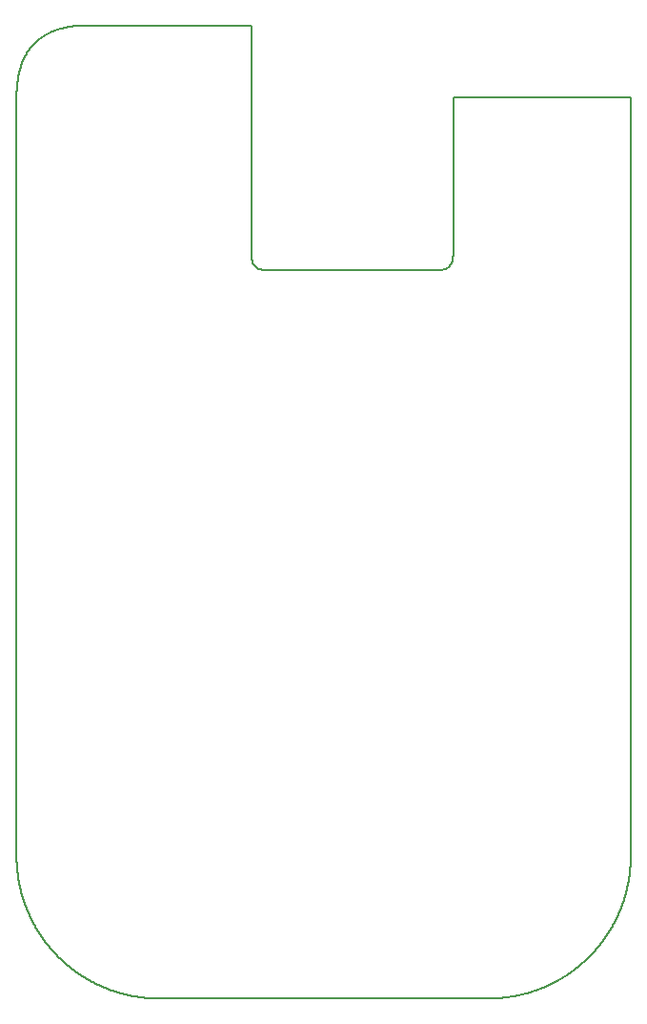
<source format=gm1>
G04 MADE WITH FRITZING*
G04 WWW.FRITZING.ORG*
G04 DOUBLE SIDED*
G04 HOLES PLATED*
G04 CONTOUR ON CENTER OF CONTOUR VECTOR*
%ASAXBY*%
%FSLAX23Y23*%
%MOIN*%
%OFA0B0*%
%SFA1.0B1.0*%
%ADD10C,0.008*%
%LNCONTOUR*%
G90*
G70*
G54D10*
X229Y3400D02*
X230Y3400D01*
X231Y3400D01*
X232Y3400D01*
X233Y3400D01*
X234Y3400D01*
X235Y3400D01*
X236Y3400D01*
X237Y3400D01*
X238Y3400D01*
X239Y3400D01*
X240Y3400D01*
X241Y3400D01*
X242Y3400D01*
X243Y3400D01*
X244Y3400D01*
X245Y3400D01*
X246Y3400D01*
X247Y3400D01*
X248Y3400D01*
X249Y3400D01*
X250Y3400D01*
X251Y3400D01*
X252Y3400D01*
X253Y3400D01*
X254Y3400D01*
X255Y3400D01*
X256Y3400D01*
X257Y3400D01*
X258Y3400D01*
X259Y3400D01*
X260Y3400D01*
X261Y3400D01*
X262Y3400D01*
X263Y3400D01*
X264Y3400D01*
X265Y3400D01*
X266Y3400D01*
X267Y3400D01*
X268Y3400D01*
X269Y3400D01*
X270Y3400D01*
X271Y3400D01*
X272Y3400D01*
X273Y3400D01*
X274Y3400D01*
X275Y3400D01*
X276Y3400D01*
X277Y3400D01*
X278Y3400D01*
X279Y3400D01*
X280Y3400D01*
X281Y3400D01*
X282Y3400D01*
X283Y3400D01*
X284Y3400D01*
X285Y3400D01*
X286Y3400D01*
X287Y3400D01*
X288Y3400D01*
X289Y3400D01*
X290Y3400D01*
X291Y3400D01*
X292Y3400D01*
X293Y3400D01*
X294Y3400D01*
X295Y3400D01*
X296Y3400D01*
X297Y3400D01*
X298Y3400D01*
X299Y3400D01*
X300Y3400D01*
X301Y3400D01*
X302Y3400D01*
X303Y3400D01*
X304Y3400D01*
X305Y3400D01*
X306Y3400D01*
X307Y3400D01*
X308Y3400D01*
X309Y3400D01*
X310Y3400D01*
X311Y3400D01*
X312Y3400D01*
X313Y3400D01*
X314Y3400D01*
X315Y3400D01*
X316Y3400D01*
X317Y3400D01*
X318Y3400D01*
X319Y3400D01*
X320Y3400D01*
X321Y3400D01*
X322Y3400D01*
X323Y3400D01*
X324Y3400D01*
X325Y3400D01*
X326Y3400D01*
X327Y3400D01*
X328Y3400D01*
X329Y3400D01*
X330Y3400D01*
X331Y3400D01*
X332Y3400D01*
X333Y3400D01*
X334Y3400D01*
X335Y3400D01*
X336Y3400D01*
X337Y3400D01*
X338Y3400D01*
X339Y3400D01*
X340Y3400D01*
X341Y3400D01*
X342Y3400D01*
X343Y3400D01*
X344Y3400D01*
X345Y3400D01*
X346Y3400D01*
X347Y3400D01*
X348Y3400D01*
X349Y3400D01*
X350Y3400D01*
X351Y3400D01*
X352Y3400D01*
X353Y3400D01*
X354Y3400D01*
X355Y3400D01*
X356Y3400D01*
X357Y3400D01*
X358Y3400D01*
X359Y3400D01*
X360Y3400D01*
X361Y3400D01*
X362Y3400D01*
X363Y3400D01*
X364Y3400D01*
X365Y3400D01*
X366Y3400D01*
X367Y3400D01*
X368Y3400D01*
X369Y3400D01*
X370Y3400D01*
X371Y3400D01*
X372Y3400D01*
X373Y3400D01*
X374Y3400D01*
X375Y3400D01*
X376Y3400D01*
X377Y3400D01*
X378Y3400D01*
X379Y3400D01*
X380Y3400D01*
X381Y3400D01*
X382Y3400D01*
X383Y3400D01*
X384Y3400D01*
X385Y3400D01*
X386Y3400D01*
X387Y3400D01*
X388Y3400D01*
X389Y3400D01*
X390Y3400D01*
X391Y3400D01*
X392Y3400D01*
X393Y3400D01*
X394Y3400D01*
X395Y3400D01*
X396Y3400D01*
X397Y3400D01*
X398Y3400D01*
X399Y3400D01*
X400Y3400D01*
X401Y3400D01*
X402Y3400D01*
X403Y3400D01*
X404Y3400D01*
X405Y3400D01*
X406Y3400D01*
X407Y3400D01*
X408Y3400D01*
X409Y3400D01*
X410Y3400D01*
X411Y3400D01*
X412Y3400D01*
X413Y3400D01*
X414Y3400D01*
X415Y3400D01*
X416Y3400D01*
X417Y3400D01*
X418Y3400D01*
X419Y3400D01*
X420Y3400D01*
X421Y3400D01*
X422Y3400D01*
X423Y3400D01*
X424Y3400D01*
X425Y3400D01*
X426Y3400D01*
X427Y3400D01*
X428Y3400D01*
X429Y3400D01*
X430Y3400D01*
X431Y3400D01*
X432Y3400D01*
X433Y3400D01*
X434Y3400D01*
X435Y3400D01*
X436Y3400D01*
X437Y3400D01*
X438Y3400D01*
X439Y3400D01*
X440Y3400D01*
X441Y3400D01*
X442Y3400D01*
X443Y3400D01*
X444Y3400D01*
X445Y3400D01*
X446Y3400D01*
X447Y3400D01*
X448Y3400D01*
X449Y3400D01*
X450Y3400D01*
X451Y3400D01*
X452Y3400D01*
X453Y3400D01*
X454Y3400D01*
X455Y3400D01*
X456Y3400D01*
X457Y3400D01*
X458Y3400D01*
X459Y3400D01*
X460Y3400D01*
X461Y3400D01*
X462Y3400D01*
X463Y3400D01*
X464Y3400D01*
X465Y3400D01*
X466Y3400D01*
X467Y3400D01*
X468Y3400D01*
X469Y3400D01*
X470Y3400D01*
X471Y3400D01*
X472Y3400D01*
X473Y3400D01*
X474Y3400D01*
X475Y3400D01*
X476Y3400D01*
X477Y3400D01*
X478Y3400D01*
X479Y3400D01*
X480Y3400D01*
X481Y3400D01*
X482Y3400D01*
X483Y3400D01*
X484Y3400D01*
X485Y3400D01*
X486Y3400D01*
X487Y3400D01*
X488Y3400D01*
X489Y3400D01*
X490Y3400D01*
X491Y3400D01*
X492Y3400D01*
X493Y3400D01*
X494Y3400D01*
X495Y3400D01*
X496Y3400D01*
X497Y3400D01*
X498Y3400D01*
X499Y3400D01*
X500Y3400D01*
X501Y3400D01*
X502Y3400D01*
X503Y3400D01*
X504Y3400D01*
X505Y3400D01*
X506Y3400D01*
X507Y3400D01*
X508Y3400D01*
X509Y3400D01*
X510Y3400D01*
X511Y3400D01*
X512Y3400D01*
X513Y3400D01*
X514Y3400D01*
X515Y3400D01*
X516Y3400D01*
X517Y3400D01*
X518Y3400D01*
X519Y3400D01*
X520Y3400D01*
X521Y3400D01*
X522Y3400D01*
X523Y3400D01*
X524Y3400D01*
X525Y3400D01*
X526Y3400D01*
X527Y3400D01*
X528Y3400D01*
X529Y3400D01*
X530Y3400D01*
X531Y3400D01*
X532Y3400D01*
X533Y3400D01*
X534Y3400D01*
X535Y3400D01*
X536Y3400D01*
X537Y3400D01*
X538Y3400D01*
X539Y3400D01*
X540Y3400D01*
X541Y3400D01*
X542Y3400D01*
X543Y3400D01*
X544Y3400D01*
X545Y3400D01*
X546Y3400D01*
X547Y3400D01*
X548Y3400D01*
X549Y3400D01*
X550Y3400D01*
X551Y3400D01*
X552Y3400D01*
X553Y3400D01*
X554Y3400D01*
X555Y3400D01*
X556Y3400D01*
X557Y3400D01*
X558Y3400D01*
X559Y3400D01*
X560Y3400D01*
X561Y3400D01*
X562Y3400D01*
X563Y3400D01*
X564Y3400D01*
X565Y3400D01*
X566Y3400D01*
X567Y3400D01*
X568Y3400D01*
X569Y3400D01*
X570Y3400D01*
X571Y3400D01*
X572Y3400D01*
X573Y3400D01*
X574Y3400D01*
X575Y3400D01*
X576Y3400D01*
X577Y3400D01*
X578Y3400D01*
X579Y3400D01*
X580Y3400D01*
X581Y3400D01*
X582Y3400D01*
X583Y3400D01*
X584Y3400D01*
X585Y3400D01*
X586Y3400D01*
X587Y3400D01*
X588Y3400D01*
X589Y3400D01*
X590Y3400D01*
X591Y3400D01*
X592Y3400D01*
X593Y3400D01*
X594Y3400D01*
X595Y3400D01*
X596Y3400D01*
X597Y3400D01*
X598Y3400D01*
X599Y3400D01*
X600Y3400D01*
X601Y3400D01*
X602Y3400D01*
X603Y3400D01*
X604Y3400D01*
X605Y3400D01*
X606Y3400D01*
X607Y3400D01*
X608Y3400D01*
X609Y3400D01*
X610Y3400D01*
X611Y3400D01*
X612Y3400D01*
X613Y3400D01*
X614Y3400D01*
X615Y3400D01*
X616Y3400D01*
X617Y3400D01*
X618Y3400D01*
X619Y3400D01*
X620Y3400D01*
X621Y3400D01*
X622Y3400D01*
X623Y3400D01*
X624Y3400D01*
X625Y3400D01*
X626Y3400D01*
X627Y3400D01*
X628Y3400D01*
X629Y3400D01*
X630Y3400D01*
X631Y3400D01*
X632Y3400D01*
X633Y3400D01*
X634Y3400D01*
X635Y3400D01*
X636Y3400D01*
X637Y3400D01*
X638Y3400D01*
X639Y3400D01*
X640Y3400D01*
X641Y3400D01*
X642Y3400D01*
X643Y3400D01*
X644Y3400D01*
X645Y3400D01*
X646Y3400D01*
X647Y3400D01*
X648Y3400D01*
X649Y3400D01*
X650Y3400D01*
X651Y3400D01*
X652Y3400D01*
X653Y3400D01*
X654Y3400D01*
X655Y3400D01*
X656Y3400D01*
X657Y3400D01*
X658Y3400D01*
X659Y3400D01*
X660Y3400D01*
X661Y3400D01*
X662Y3400D01*
X663Y3400D01*
X664Y3400D01*
X665Y3400D01*
X666Y3400D01*
X667Y3400D01*
X668Y3400D01*
X669Y3400D01*
X670Y3400D01*
X671Y3400D01*
X672Y3400D01*
X673Y3400D01*
X674Y3400D01*
X675Y3400D01*
X676Y3400D01*
X677Y3400D01*
X678Y3400D01*
X679Y3400D01*
X680Y3400D01*
X681Y3400D01*
X682Y3400D01*
X683Y3400D01*
X684Y3400D01*
X685Y3400D01*
X686Y3400D01*
X687Y3400D01*
X688Y3400D01*
X689Y3400D01*
X690Y3400D01*
X691Y3400D01*
X692Y3400D01*
X693Y3400D01*
X694Y3400D01*
X695Y3400D01*
X696Y3400D01*
X697Y3400D01*
X698Y3400D01*
X699Y3400D01*
X700Y3400D01*
X701Y3400D01*
X702Y3400D01*
X703Y3400D01*
X704Y3400D01*
X705Y3400D01*
X706Y3400D01*
X707Y3400D01*
X708Y3400D01*
X709Y3400D01*
X710Y3400D01*
X711Y3400D01*
X712Y3400D01*
X713Y3400D01*
X714Y3400D01*
X715Y3400D01*
X716Y3400D01*
X717Y3400D01*
X718Y3400D01*
X719Y3400D01*
X720Y3400D01*
X721Y3400D01*
X722Y3400D01*
X723Y3400D01*
X724Y3400D01*
X725Y3400D01*
X726Y3400D01*
X727Y3400D01*
X728Y3400D01*
X729Y3400D01*
X730Y3400D01*
X731Y3400D01*
X732Y3400D01*
X733Y3400D01*
X734Y3400D01*
X735Y3400D01*
X736Y3400D01*
X737Y3400D01*
X738Y3400D01*
X739Y3400D01*
X740Y3400D01*
X741Y3400D01*
X742Y3400D01*
X743Y3400D01*
X744Y3400D01*
X745Y3400D01*
X746Y3400D01*
X747Y3400D01*
X748Y3400D01*
X749Y3400D01*
X750Y3400D01*
X751Y3400D01*
X752Y3400D01*
X753Y3400D01*
X754Y3400D01*
X755Y3400D01*
X756Y3400D01*
X757Y3400D01*
X758Y3400D01*
X759Y3400D01*
X760Y3400D01*
X761Y3400D01*
X762Y3400D01*
X763Y3400D01*
X764Y3400D01*
X765Y3400D01*
X766Y3400D01*
X767Y3400D01*
X768Y3400D01*
X769Y3400D01*
X770Y3400D01*
X771Y3400D01*
X772Y3400D01*
X773Y3400D01*
X774Y3400D01*
X775Y3400D01*
X776Y3400D01*
X777Y3400D01*
X778Y3400D01*
X779Y3400D01*
X780Y3400D01*
X781Y3400D01*
X782Y3400D01*
X783Y3400D01*
X784Y3400D01*
X785Y3400D01*
X786Y3400D01*
X787Y3400D01*
X788Y3400D01*
X789Y3400D01*
X790Y3400D01*
X791Y3400D01*
X792Y3400D01*
X793Y3400D01*
X794Y3400D01*
X795Y3400D01*
X796Y3400D01*
X797Y3400D01*
X798Y3400D01*
X799Y3400D01*
X800Y3400D01*
X801Y3400D01*
X802Y3400D01*
X803Y3400D01*
X804Y3400D01*
X805Y3400D01*
X806Y3400D01*
X807Y3400D01*
X808Y3400D01*
X809Y3400D01*
X810Y3400D01*
X811Y3400D01*
X812Y3400D01*
X813Y3400D01*
X814Y3400D01*
X815Y3400D01*
X816Y3400D01*
X817Y3400D01*
X818Y3400D01*
X819Y3400D01*
X820Y3400D01*
X821Y3400D01*
X821Y2594D01*
X822Y2593D01*
X822Y2586D01*
X823Y2585D01*
X823Y2581D01*
X824Y2580D01*
X824Y2577D01*
X825Y2576D01*
X825Y2575D01*
X826Y2574D01*
X826Y2572D01*
X827Y2571D01*
X827Y2570D01*
X828Y2569D01*
X828Y2568D01*
X829Y2567D01*
X829Y2566D01*
X830Y2565D01*
X831Y2564D01*
X832Y2563D01*
X832Y2562D01*
X833Y2561D01*
X834Y2560D01*
X835Y2559D01*
X836Y2558D01*
X837Y2557D01*
X838Y2556D01*
X839Y2555D01*
X840Y2555D01*
X841Y2554D01*
X842Y2553D01*
X843Y2553D01*
X844Y2552D01*
X845Y2551D01*
X846Y2551D01*
X847Y2550D01*
X848Y2550D01*
X849Y2549D01*
X850Y2549D01*
X851Y2549D01*
X852Y2548D01*
X853Y2548D01*
X854Y2548D01*
X855Y2547D01*
X856Y2547D01*
X857Y2547D01*
X858Y2547D01*
X859Y2546D01*
X860Y2546D01*
X861Y2546D01*
X862Y2546D01*
X863Y2546D01*
X864Y2545D01*
X865Y2545D01*
X866Y2545D01*
X867Y2545D01*
X868Y2545D01*
X869Y2545D01*
X870Y2545D01*
X871Y2545D01*
X872Y2545D01*
X873Y2545D01*
X874Y2545D01*
X875Y2545D01*
X876Y2544D01*
X877Y2544D01*
X878Y2544D01*
X879Y2544D01*
X880Y2544D01*
X881Y2544D01*
X882Y2544D01*
X883Y2544D01*
X884Y2544D01*
X885Y2544D01*
X886Y2544D01*
X887Y2544D01*
X888Y2544D01*
X889Y2544D01*
X890Y2544D01*
X891Y2544D01*
X892Y2544D01*
X893Y2544D01*
X894Y2544D01*
X895Y2544D01*
X896Y2544D01*
X897Y2544D01*
X898Y2544D01*
X899Y2544D01*
X900Y2544D01*
X901Y2544D01*
X902Y2544D01*
X903Y2544D01*
X904Y2544D01*
X905Y2544D01*
X906Y2544D01*
X907Y2544D01*
X908Y2544D01*
X909Y2544D01*
X910Y2544D01*
X911Y2544D01*
X912Y2544D01*
X913Y2544D01*
X914Y2544D01*
X915Y2544D01*
X916Y2544D01*
X917Y2544D01*
X918Y2544D01*
X919Y2544D01*
X920Y2544D01*
X921Y2544D01*
X922Y2544D01*
X923Y2544D01*
X924Y2544D01*
X925Y2544D01*
X926Y2544D01*
X927Y2544D01*
X928Y2544D01*
X929Y2544D01*
X930Y2544D01*
X931Y2544D01*
X932Y2544D01*
X933Y2544D01*
X934Y2544D01*
X935Y2544D01*
X936Y2544D01*
X937Y2544D01*
X938Y2544D01*
X939Y2544D01*
X940Y2544D01*
X941Y2544D01*
X942Y2544D01*
X943Y2544D01*
X944Y2544D01*
X945Y2544D01*
X946Y2544D01*
X947Y2544D01*
X948Y2544D01*
X949Y2544D01*
X950Y2544D01*
X951Y2544D01*
X952Y2544D01*
X953Y2544D01*
X954Y2544D01*
X955Y2544D01*
X956Y2544D01*
X957Y2544D01*
X958Y2544D01*
X959Y2544D01*
X960Y2544D01*
X961Y2544D01*
X962Y2544D01*
X963Y2544D01*
X964Y2544D01*
X965Y2544D01*
X966Y2544D01*
X967Y2544D01*
X968Y2544D01*
X969Y2544D01*
X970Y2544D01*
X971Y2544D01*
X972Y2544D01*
X973Y2544D01*
X974Y2544D01*
X975Y2544D01*
X976Y2544D01*
X977Y2544D01*
X978Y2544D01*
X979Y2544D01*
X980Y2544D01*
X981Y2544D01*
X982Y2544D01*
X983Y2544D01*
X984Y2544D01*
X985Y2544D01*
X986Y2544D01*
X987Y2544D01*
X988Y2544D01*
X989Y2544D01*
X990Y2544D01*
X991Y2544D01*
X992Y2544D01*
X993Y2544D01*
X994Y2544D01*
X995Y2544D01*
X996Y2544D01*
X997Y2544D01*
X998Y2544D01*
X999Y2544D01*
X1000Y2544D01*
X1001Y2544D01*
X1002Y2544D01*
X1003Y2544D01*
X1004Y2544D01*
X1005Y2544D01*
X1006Y2544D01*
X1007Y2544D01*
X1008Y2544D01*
X1009Y2544D01*
X1010Y2544D01*
X1011Y2544D01*
X1012Y2544D01*
X1013Y2544D01*
X1014Y2544D01*
X1015Y2544D01*
X1016Y2544D01*
X1017Y2544D01*
X1018Y2544D01*
X1019Y2544D01*
X1020Y2544D01*
X1021Y2544D01*
X1022Y2544D01*
X1023Y2544D01*
X1024Y2544D01*
X1025Y2544D01*
X1026Y2544D01*
X1027Y2544D01*
X1028Y2544D01*
X1029Y2544D01*
X1030Y2544D01*
X1031Y2544D01*
X1032Y2544D01*
X1033Y2544D01*
X1034Y2544D01*
X1035Y2544D01*
X1036Y2544D01*
X1037Y2544D01*
X1038Y2544D01*
X1039Y2544D01*
X1040Y2544D01*
X1041Y2544D01*
X1042Y2544D01*
X1043Y2544D01*
X1044Y2544D01*
X1045Y2544D01*
X1046Y2544D01*
X1047Y2544D01*
X1048Y2544D01*
X1049Y2544D01*
X1050Y2544D01*
X1051Y2544D01*
X1052Y2544D01*
X1053Y2544D01*
X1054Y2544D01*
X1055Y2544D01*
X1056Y2544D01*
X1057Y2544D01*
X1058Y2544D01*
X1059Y2544D01*
X1060Y2544D01*
X1061Y2544D01*
X1062Y2544D01*
X1063Y2544D01*
X1064Y2544D01*
X1065Y2544D01*
X1066Y2544D01*
X1067Y2544D01*
X1068Y2544D01*
X1069Y2544D01*
X1070Y2544D01*
X1071Y2544D01*
X1072Y2544D01*
X1073Y2544D01*
X1074Y2544D01*
X1075Y2544D01*
X1076Y2544D01*
X1077Y2544D01*
X1078Y2544D01*
X1079Y2544D01*
X1080Y2544D01*
X1081Y2544D01*
X1082Y2544D01*
X1083Y2544D01*
X1084Y2544D01*
X1085Y2544D01*
X1086Y2544D01*
X1087Y2544D01*
X1088Y2544D01*
X1089Y2544D01*
X1090Y2544D01*
X1091Y2544D01*
X1092Y2544D01*
X1093Y2544D01*
X1094Y2544D01*
X1095Y2544D01*
X1096Y2544D01*
X1097Y2544D01*
X1098Y2544D01*
X1099Y2544D01*
X1100Y2544D01*
X1101Y2544D01*
X1102Y2544D01*
X1103Y2544D01*
X1104Y2544D01*
X1105Y2544D01*
X1106Y2544D01*
X1107Y2544D01*
X1108Y2544D01*
X1109Y2544D01*
X1110Y2544D01*
X1111Y2544D01*
X1112Y2544D01*
X1113Y2544D01*
X1114Y2544D01*
X1115Y2544D01*
X1116Y2544D01*
X1117Y2544D01*
X1118Y2544D01*
X1119Y2544D01*
X1120Y2544D01*
X1121Y2544D01*
X1122Y2544D01*
X1123Y2544D01*
X1124Y2544D01*
X1125Y2544D01*
X1126Y2544D01*
X1127Y2544D01*
X1128Y2544D01*
X1129Y2544D01*
X1130Y2544D01*
X1131Y2544D01*
X1132Y2544D01*
X1133Y2544D01*
X1134Y2544D01*
X1135Y2544D01*
X1136Y2544D01*
X1137Y2544D01*
X1138Y2544D01*
X1139Y2544D01*
X1140Y2544D01*
X1141Y2544D01*
X1142Y2544D01*
X1143Y2544D01*
X1144Y2544D01*
X1145Y2544D01*
X1146Y2544D01*
X1147Y2544D01*
X1148Y2544D01*
X1149Y2544D01*
X1150Y2544D01*
X1151Y2544D01*
X1152Y2544D01*
X1153Y2544D01*
X1154Y2544D01*
X1155Y2544D01*
X1156Y2544D01*
X1157Y2544D01*
X1158Y2544D01*
X1159Y2544D01*
X1160Y2544D01*
X1161Y2544D01*
X1162Y2544D01*
X1163Y2544D01*
X1164Y2544D01*
X1165Y2544D01*
X1166Y2544D01*
X1167Y2544D01*
X1168Y2544D01*
X1169Y2544D01*
X1170Y2544D01*
X1171Y2544D01*
X1172Y2544D01*
X1173Y2544D01*
X1174Y2544D01*
X1175Y2544D01*
X1176Y2544D01*
X1177Y2544D01*
X1178Y2544D01*
X1179Y2544D01*
X1180Y2544D01*
X1181Y2544D01*
X1182Y2544D01*
X1183Y2544D01*
X1184Y2544D01*
X1185Y2544D01*
X1186Y2544D01*
X1187Y2544D01*
X1188Y2544D01*
X1189Y2544D01*
X1190Y2544D01*
X1191Y2544D01*
X1192Y2544D01*
X1193Y2544D01*
X1194Y2544D01*
X1195Y2544D01*
X1196Y2544D01*
X1197Y2544D01*
X1198Y2544D01*
X1199Y2544D01*
X1200Y2544D01*
X1201Y2544D01*
X1202Y2544D01*
X1203Y2544D01*
X1204Y2544D01*
X1205Y2544D01*
X1206Y2544D01*
X1207Y2544D01*
X1208Y2544D01*
X1209Y2544D01*
X1210Y2544D01*
X1211Y2544D01*
X1212Y2544D01*
X1213Y2544D01*
X1214Y2544D01*
X1215Y2544D01*
X1216Y2544D01*
X1217Y2544D01*
X1218Y2544D01*
X1219Y2544D01*
X1220Y2544D01*
X1221Y2544D01*
X1222Y2544D01*
X1223Y2544D01*
X1224Y2544D01*
X1225Y2544D01*
X1226Y2544D01*
X1227Y2544D01*
X1228Y2544D01*
X1229Y2544D01*
X1230Y2544D01*
X1231Y2544D01*
X1232Y2544D01*
X1233Y2544D01*
X1234Y2544D01*
X1235Y2544D01*
X1236Y2544D01*
X1237Y2544D01*
X1238Y2544D01*
X1239Y2544D01*
X1240Y2544D01*
X1241Y2544D01*
X1242Y2544D01*
X1243Y2544D01*
X1244Y2544D01*
X1245Y2544D01*
X1246Y2544D01*
X1247Y2544D01*
X1248Y2544D01*
X1249Y2544D01*
X1250Y2544D01*
X1251Y2544D01*
X1252Y2544D01*
X1253Y2544D01*
X1254Y2544D01*
X1255Y2544D01*
X1256Y2544D01*
X1257Y2544D01*
X1258Y2544D01*
X1259Y2544D01*
X1260Y2544D01*
X1261Y2544D01*
X1262Y2544D01*
X1263Y2544D01*
X1264Y2544D01*
X1265Y2544D01*
X1266Y2544D01*
X1267Y2544D01*
X1268Y2544D01*
X1269Y2544D01*
X1270Y2544D01*
X1271Y2544D01*
X1272Y2544D01*
X1273Y2544D01*
X1274Y2544D01*
X1275Y2544D01*
X1276Y2544D01*
X1277Y2544D01*
X1278Y2544D01*
X1279Y2544D01*
X1280Y2544D01*
X1281Y2544D01*
X1282Y2544D01*
X1283Y2544D01*
X1284Y2544D01*
X1285Y2544D01*
X1286Y2544D01*
X1287Y2544D01*
X1288Y2544D01*
X1289Y2544D01*
X1290Y2544D01*
X1291Y2544D01*
X1292Y2544D01*
X1293Y2544D01*
X1294Y2544D01*
X1295Y2544D01*
X1296Y2544D01*
X1297Y2544D01*
X1298Y2544D01*
X1299Y2544D01*
X1300Y2544D01*
X1301Y2544D01*
X1302Y2544D01*
X1303Y2544D01*
X1304Y2544D01*
X1305Y2544D01*
X1306Y2544D01*
X1307Y2544D01*
X1308Y2544D01*
X1309Y2544D01*
X1310Y2544D01*
X1311Y2544D01*
X1312Y2544D01*
X1313Y2544D01*
X1314Y2544D01*
X1315Y2544D01*
X1316Y2544D01*
X1317Y2544D01*
X1318Y2544D01*
X1319Y2544D01*
X1320Y2544D01*
X1321Y2544D01*
X1322Y2544D01*
X1323Y2544D01*
X1324Y2544D01*
X1325Y2544D01*
X1326Y2544D01*
X1327Y2544D01*
X1328Y2544D01*
X1329Y2544D01*
X1330Y2544D01*
X1331Y2544D01*
X1332Y2544D01*
X1333Y2544D01*
X1334Y2544D01*
X1335Y2544D01*
X1336Y2544D01*
X1337Y2544D01*
X1338Y2544D01*
X1339Y2544D01*
X1340Y2544D01*
X1341Y2544D01*
X1342Y2544D01*
X1343Y2544D01*
X1344Y2544D01*
X1345Y2544D01*
X1346Y2544D01*
X1347Y2544D01*
X1348Y2544D01*
X1349Y2544D01*
X1350Y2544D01*
X1351Y2544D01*
X1352Y2544D01*
X1353Y2544D01*
X1354Y2544D01*
X1355Y2544D01*
X1356Y2544D01*
X1357Y2544D01*
X1358Y2544D01*
X1359Y2544D01*
X1360Y2544D01*
X1361Y2544D01*
X1362Y2544D01*
X1363Y2544D01*
X1364Y2544D01*
X1365Y2544D01*
X1366Y2544D01*
X1367Y2544D01*
X1368Y2544D01*
X1369Y2544D01*
X1370Y2544D01*
X1371Y2544D01*
X1372Y2544D01*
X1373Y2544D01*
X1374Y2544D01*
X1375Y2544D01*
X1376Y2544D01*
X1377Y2544D01*
X1378Y2544D01*
X1379Y2544D01*
X1380Y2544D01*
X1381Y2544D01*
X1382Y2544D01*
X1383Y2544D01*
X1384Y2544D01*
X1385Y2544D01*
X1386Y2544D01*
X1387Y2544D01*
X1388Y2544D01*
X1389Y2544D01*
X1390Y2544D01*
X1391Y2544D01*
X1392Y2544D01*
X1393Y2544D01*
X1394Y2544D01*
X1395Y2544D01*
X1396Y2544D01*
X1397Y2544D01*
X1398Y2544D01*
X1399Y2544D01*
X1400Y2544D01*
X1401Y2544D01*
X1402Y2544D01*
X1403Y2544D01*
X1404Y2544D01*
X1405Y2544D01*
X1406Y2544D01*
X1407Y2544D01*
X1408Y2544D01*
X1409Y2544D01*
X1410Y2544D01*
X1411Y2544D01*
X1412Y2544D01*
X1413Y2544D01*
X1414Y2544D01*
X1415Y2544D01*
X1416Y2544D01*
X1417Y2544D01*
X1418Y2544D01*
X1419Y2544D01*
X1420Y2544D01*
X1421Y2544D01*
X1422Y2544D01*
X1423Y2544D01*
X1424Y2544D01*
X1425Y2544D01*
X1426Y2544D01*
X1427Y2544D01*
X1428Y2544D01*
X1429Y2544D01*
X1430Y2544D01*
X1431Y2544D01*
X1432Y2544D01*
X1433Y2544D01*
X1434Y2544D01*
X1435Y2544D01*
X1436Y2544D01*
X1437Y2544D01*
X1438Y2544D01*
X1439Y2544D01*
X1440Y2544D01*
X1441Y2544D01*
X1442Y2544D01*
X1443Y2544D01*
X1444Y2544D01*
X1445Y2544D01*
X1446Y2544D01*
X1447Y2544D01*
X1448Y2544D01*
X1449Y2544D01*
X1450Y2544D01*
X1451Y2544D01*
X1452Y2544D01*
X1453Y2544D01*
X1454Y2544D01*
X1455Y2544D01*
X1456Y2544D01*
X1457Y2544D01*
X1458Y2544D01*
X1459Y2544D01*
X1460Y2544D01*
X1461Y2544D01*
X1462Y2544D01*
X1463Y2544D01*
X1464Y2544D01*
X1465Y2544D01*
X1466Y2544D01*
X1467Y2544D01*
X1468Y2544D01*
X1469Y2544D01*
X1470Y2544D01*
X1471Y2544D01*
X1472Y2544D01*
X1473Y2544D01*
X1474Y2545D01*
X1475Y2545D01*
X1476Y2545D01*
X1477Y2545D01*
X1478Y2545D01*
X1479Y2545D01*
X1480Y2545D01*
X1481Y2545D01*
X1482Y2545D01*
X1483Y2545D01*
X1484Y2545D01*
X1485Y2545D01*
X1486Y2546D01*
X1487Y2546D01*
X1488Y2546D01*
X1489Y2546D01*
X1490Y2546D01*
X1491Y2547D01*
X1492Y2547D01*
X1493Y2547D01*
X1494Y2547D01*
X1495Y2548D01*
X1496Y2548D01*
X1497Y2548D01*
X1498Y2549D01*
X1499Y2549D01*
X1500Y2549D01*
X1501Y2550D01*
X1502Y2550D01*
X1503Y2551D01*
X1504Y2551D01*
X1505Y2552D01*
X1506Y2553D01*
X1507Y2553D01*
X1508Y2554D01*
X1509Y2555D01*
X1510Y2555D01*
X1511Y2556D01*
X1512Y2557D01*
X1513Y2558D01*
X1514Y2559D01*
X1515Y2560D01*
X1516Y2561D01*
X1517Y2562D01*
X1517Y2563D01*
X1518Y2564D01*
X1519Y2565D01*
X1520Y2566D01*
X1520Y2567D01*
X1521Y2568D01*
X1521Y2569D01*
X1522Y2570D01*
X1522Y2571D01*
X1523Y2572D01*
X1523Y2574D01*
X1524Y2575D01*
X1524Y2576D01*
X1525Y2577D01*
X1525Y2580D01*
X1526Y2581D01*
X1526Y2585D01*
X1527Y2586D01*
X1527Y2593D01*
X1528Y2594D01*
X1528Y3150D01*
X1529Y3150D01*
X1530Y3150D01*
X1531Y3150D01*
X1532Y3150D01*
X1533Y3150D01*
X1534Y3150D01*
X1535Y3150D01*
X1536Y3150D01*
X1537Y3150D01*
X1538Y3150D01*
X1539Y3150D01*
X1540Y3150D01*
X1541Y3150D01*
X1542Y3150D01*
X1543Y3150D01*
X1544Y3150D01*
X1545Y3150D01*
X1546Y3150D01*
X1547Y3150D01*
X1548Y3150D01*
X1549Y3150D01*
X1550Y3150D01*
X1551Y3150D01*
X1552Y3150D01*
X1553Y3150D01*
X1554Y3150D01*
X1555Y3150D01*
X1556Y3150D01*
X1557Y3150D01*
X1558Y3150D01*
X1559Y3150D01*
X1560Y3150D01*
X1561Y3150D01*
X1562Y3150D01*
X1563Y3150D01*
X1564Y3150D01*
X1565Y3150D01*
X1566Y3150D01*
X1567Y3150D01*
X1568Y3150D01*
X1569Y3150D01*
X1570Y3150D01*
X1571Y3150D01*
X1572Y3150D01*
X1573Y3150D01*
X1574Y3150D01*
X1575Y3150D01*
X1576Y3150D01*
X1577Y3150D01*
X1578Y3150D01*
X1579Y3150D01*
X1580Y3150D01*
X1581Y3150D01*
X1582Y3150D01*
X1583Y3150D01*
X1584Y3150D01*
X1585Y3150D01*
X1586Y3150D01*
X1587Y3150D01*
X1588Y3150D01*
X1589Y3150D01*
X1590Y3150D01*
X1591Y3150D01*
X1592Y3150D01*
X1593Y3150D01*
X1594Y3150D01*
X1595Y3150D01*
X1596Y3150D01*
X1597Y3150D01*
X1598Y3150D01*
X1599Y3150D01*
X1600Y3150D01*
X1601Y3150D01*
X1602Y3150D01*
X1603Y3150D01*
X1604Y3150D01*
X1605Y3150D01*
X1606Y3150D01*
X1607Y3150D01*
X1608Y3150D01*
X1609Y3150D01*
X1610Y3150D01*
X1611Y3150D01*
X1612Y3150D01*
X1613Y3150D01*
X1614Y3150D01*
X1615Y3150D01*
X1616Y3150D01*
X1617Y3150D01*
X1618Y3150D01*
X1619Y3150D01*
X1620Y3150D01*
X1621Y3150D01*
X1622Y3150D01*
X1623Y3150D01*
X1624Y3150D01*
X1625Y3150D01*
X1626Y3150D01*
X1627Y3150D01*
X1628Y3150D01*
X1629Y3150D01*
X1630Y3150D01*
X1631Y3150D01*
X1632Y3150D01*
X1633Y3150D01*
X1634Y3150D01*
X1635Y3150D01*
X1636Y3150D01*
X1637Y3150D01*
X1638Y3150D01*
X1639Y3150D01*
X1640Y3150D01*
X1641Y3150D01*
X1642Y3150D01*
X1643Y3150D01*
X1644Y3150D01*
X1645Y3150D01*
X1646Y3150D01*
X1647Y3150D01*
X1648Y3150D01*
X1649Y3150D01*
X1650Y3150D01*
X1651Y3150D01*
X1652Y3150D01*
X1653Y3150D01*
X1654Y3150D01*
X1655Y3150D01*
X1656Y3150D01*
X1657Y3150D01*
X1658Y3150D01*
X1659Y3150D01*
X1660Y3150D01*
X1661Y3150D01*
X1662Y3150D01*
X1663Y3150D01*
X1664Y3150D01*
X1665Y3150D01*
X1666Y3150D01*
X1667Y3150D01*
X1668Y3150D01*
X1669Y3150D01*
X1670Y3150D01*
X1671Y3150D01*
X1672Y3150D01*
X1673Y3150D01*
X1674Y3150D01*
X1675Y3150D01*
X1676Y3150D01*
X1677Y3150D01*
X1678Y3150D01*
X1679Y3150D01*
X1680Y3150D01*
X1681Y3150D01*
X1682Y3150D01*
X1683Y3150D01*
X1684Y3150D01*
X1685Y3150D01*
X1686Y3150D01*
X1687Y3150D01*
X1688Y3150D01*
X1689Y3150D01*
X1690Y3150D01*
X1691Y3150D01*
X1692Y3150D01*
X1693Y3150D01*
X1694Y3150D01*
X1695Y3150D01*
X1696Y3150D01*
X1697Y3150D01*
X1698Y3150D01*
X1699Y3150D01*
X1700Y3150D01*
X1701Y3150D01*
X1702Y3150D01*
X1703Y3150D01*
X1704Y3150D01*
X1705Y3150D01*
X1706Y3150D01*
X1707Y3150D01*
X1708Y3150D01*
X1709Y3150D01*
X1710Y3150D01*
X1711Y3150D01*
X1712Y3150D01*
X1713Y3150D01*
X1714Y3150D01*
X1715Y3150D01*
X1716Y3150D01*
X1717Y3150D01*
X1718Y3150D01*
X1719Y3150D01*
X1720Y3150D01*
X1721Y3150D01*
X1722Y3150D01*
X1723Y3150D01*
X1724Y3150D01*
X1725Y3150D01*
X1726Y3150D01*
X1727Y3150D01*
X1728Y3150D01*
X1729Y3150D01*
X1730Y3150D01*
X1731Y3150D01*
X1732Y3150D01*
X1733Y3150D01*
X1734Y3150D01*
X1735Y3150D01*
X1736Y3150D01*
X1737Y3150D01*
X1738Y3150D01*
X1739Y3150D01*
X1740Y3150D01*
X1741Y3150D01*
X1742Y3150D01*
X1743Y3150D01*
X1744Y3150D01*
X1745Y3150D01*
X1746Y3150D01*
X1747Y3150D01*
X1748Y3150D01*
X1749Y3150D01*
X1750Y3150D01*
X1751Y3150D01*
X1752Y3150D01*
X1753Y3150D01*
X1754Y3150D01*
X1755Y3150D01*
X1756Y3150D01*
X1757Y3150D01*
X1758Y3150D01*
X1759Y3150D01*
X1760Y3150D01*
X1761Y3150D01*
X1762Y3150D01*
X1763Y3150D01*
X1764Y3150D01*
X1765Y3150D01*
X1766Y3150D01*
X1767Y3150D01*
X1768Y3150D01*
X1769Y3150D01*
X1770Y3150D01*
X1771Y3150D01*
X1772Y3150D01*
X1773Y3150D01*
X1774Y3150D01*
X1775Y3150D01*
X1776Y3150D01*
X1777Y3150D01*
X1778Y3150D01*
X1779Y3150D01*
X1780Y3150D01*
X1781Y3150D01*
X1782Y3150D01*
X1783Y3150D01*
X1784Y3150D01*
X1785Y3150D01*
X1786Y3150D01*
X1787Y3150D01*
X1788Y3150D01*
X1789Y3150D01*
X1790Y3150D01*
X1791Y3150D01*
X1792Y3150D01*
X1793Y3150D01*
X1794Y3150D01*
X1795Y3150D01*
X1796Y3150D01*
X1797Y3150D01*
X1798Y3150D01*
X1799Y3150D01*
X1800Y3150D01*
X1801Y3150D01*
X1802Y3150D01*
X1803Y3150D01*
X1804Y3150D01*
X1805Y3150D01*
X1806Y3150D01*
X1807Y3150D01*
X1808Y3150D01*
X1809Y3150D01*
X1810Y3150D01*
X1811Y3150D01*
X1812Y3150D01*
X1813Y3150D01*
X1814Y3150D01*
X1815Y3150D01*
X1816Y3150D01*
X1817Y3150D01*
X1818Y3150D01*
X1819Y3150D01*
X1820Y3150D01*
X1821Y3150D01*
X1822Y3150D01*
X1823Y3150D01*
X1824Y3150D01*
X1825Y3150D01*
X1826Y3150D01*
X1827Y3150D01*
X1828Y3150D01*
X1829Y3150D01*
X1830Y3150D01*
X1831Y3150D01*
X1832Y3150D01*
X1833Y3150D01*
X1834Y3150D01*
X1835Y3150D01*
X1836Y3150D01*
X1837Y3150D01*
X1838Y3150D01*
X1839Y3150D01*
X1840Y3150D01*
X1841Y3150D01*
X1842Y3150D01*
X1843Y3150D01*
X1844Y3150D01*
X1845Y3150D01*
X1846Y3150D01*
X1847Y3150D01*
X1848Y3150D01*
X1849Y3150D01*
X1850Y3150D01*
X1851Y3150D01*
X1852Y3150D01*
X1853Y3150D01*
X1854Y3150D01*
X1855Y3150D01*
X1856Y3150D01*
X1857Y3150D01*
X1858Y3150D01*
X1859Y3150D01*
X1860Y3150D01*
X1861Y3150D01*
X1862Y3150D01*
X1863Y3150D01*
X1864Y3150D01*
X1865Y3150D01*
X1866Y3150D01*
X1867Y3150D01*
X1868Y3150D01*
X1869Y3150D01*
X1870Y3150D01*
X1871Y3150D01*
X1872Y3150D01*
X1873Y3150D01*
X1874Y3150D01*
X1875Y3150D01*
X1876Y3150D01*
X1877Y3150D01*
X1878Y3150D01*
X1879Y3150D01*
X1880Y3150D01*
X1881Y3150D01*
X1882Y3150D01*
X1883Y3150D01*
X1884Y3150D01*
X1885Y3150D01*
X1886Y3150D01*
X1887Y3150D01*
X1888Y3150D01*
X1889Y3150D01*
X1890Y3150D01*
X1891Y3150D01*
X1892Y3150D01*
X1893Y3150D01*
X1894Y3150D01*
X1895Y3150D01*
X1896Y3150D01*
X1897Y3150D01*
X1898Y3150D01*
X1899Y3150D01*
X1900Y3150D01*
X1901Y3150D01*
X1902Y3150D01*
X1903Y3150D01*
X1904Y3150D01*
X1905Y3150D01*
X1906Y3150D01*
X1907Y3150D01*
X1908Y3150D01*
X1909Y3150D01*
X1910Y3150D01*
X1911Y3150D01*
X1912Y3150D01*
X1913Y3150D01*
X1914Y3150D01*
X1915Y3150D01*
X1916Y3150D01*
X1917Y3150D01*
X1918Y3150D01*
X1919Y3150D01*
X1920Y3150D01*
X1921Y3150D01*
X1922Y3150D01*
X1923Y3150D01*
X1924Y3150D01*
X1925Y3150D01*
X1926Y3150D01*
X1927Y3150D01*
X1928Y3150D01*
X1929Y3150D01*
X1930Y3150D01*
X1931Y3150D01*
X1932Y3150D01*
X1933Y3150D01*
X1934Y3150D01*
X1935Y3150D01*
X1936Y3150D01*
X1937Y3150D01*
X1938Y3150D01*
X1939Y3150D01*
X1940Y3150D01*
X1941Y3150D01*
X1942Y3150D01*
X1943Y3150D01*
X1944Y3150D01*
X1945Y3150D01*
X1946Y3150D01*
X1947Y3150D01*
X1948Y3150D01*
X1949Y3150D01*
X1950Y3150D01*
X1951Y3150D01*
X1952Y3150D01*
X1953Y3150D01*
X1954Y3150D01*
X1955Y3150D01*
X1956Y3150D01*
X1957Y3150D01*
X1958Y3150D01*
X1959Y3150D01*
X1960Y3150D01*
X1961Y3150D01*
X1962Y3150D01*
X1963Y3150D01*
X1964Y3150D01*
X1965Y3150D01*
X1966Y3150D01*
X1967Y3150D01*
X1968Y3150D01*
X1969Y3150D01*
X1970Y3150D01*
X1971Y3150D01*
X1972Y3150D01*
X1973Y3150D01*
X1974Y3150D01*
X1975Y3150D01*
X1976Y3150D01*
X1977Y3150D01*
X1978Y3150D01*
X1979Y3150D01*
X1980Y3150D01*
X1981Y3150D01*
X1982Y3150D01*
X1983Y3150D01*
X1984Y3150D01*
X1985Y3150D01*
X1986Y3150D01*
X1987Y3150D01*
X1988Y3150D01*
X1989Y3150D01*
X1990Y3150D01*
X1991Y3150D01*
X1992Y3150D01*
X1993Y3150D01*
X1994Y3150D01*
X1995Y3150D01*
X1996Y3150D01*
X1997Y3150D01*
X1998Y3150D01*
X1999Y3150D01*
X2000Y3150D01*
X2001Y3150D01*
X2002Y3150D01*
X2003Y3150D01*
X2004Y3150D01*
X2005Y3150D01*
X2006Y3150D01*
X2007Y3150D01*
X2008Y3150D01*
X2009Y3150D01*
X2010Y3150D01*
X2011Y3150D01*
X2012Y3150D01*
X2013Y3150D01*
X2014Y3150D01*
X2015Y3150D01*
X2016Y3150D01*
X2017Y3150D01*
X2018Y3150D01*
X2019Y3150D01*
X2020Y3150D01*
X2021Y3150D01*
X2022Y3150D01*
X2023Y3150D01*
X2024Y3150D01*
X2025Y3150D01*
X2026Y3150D01*
X2027Y3150D01*
X2028Y3150D01*
X2029Y3150D01*
X2030Y3150D01*
X2031Y3150D01*
X2032Y3150D01*
X2033Y3150D01*
X2034Y3150D01*
X2035Y3150D01*
X2036Y3150D01*
X2037Y3150D01*
X2038Y3150D01*
X2039Y3150D01*
X2040Y3150D01*
X2041Y3150D01*
X2042Y3150D01*
X2043Y3150D01*
X2044Y3150D01*
X2045Y3150D01*
X2046Y3150D01*
X2047Y3150D01*
X2048Y3150D01*
X2049Y3150D01*
X2050Y3150D01*
X2051Y3150D01*
X2052Y3150D01*
X2053Y3150D01*
X2054Y3150D01*
X2055Y3150D01*
X2056Y3150D01*
X2057Y3150D01*
X2058Y3150D01*
X2059Y3150D01*
X2060Y3150D01*
X2061Y3150D01*
X2062Y3150D01*
X2063Y3150D01*
X2064Y3150D01*
X2065Y3150D01*
X2066Y3150D01*
X2067Y3150D01*
X2068Y3150D01*
X2069Y3150D01*
X2070Y3150D01*
X2071Y3150D01*
X2072Y3150D01*
X2073Y3150D01*
X2074Y3150D01*
X2075Y3150D01*
X2076Y3150D01*
X2077Y3150D01*
X2078Y3150D01*
X2079Y3150D01*
X2080Y3150D01*
X2081Y3150D01*
X2082Y3150D01*
X2083Y3150D01*
X2084Y3150D01*
X2085Y3150D01*
X2086Y3150D01*
X2087Y3150D01*
X2088Y3150D01*
X2089Y3150D01*
X2090Y3150D01*
X2091Y3150D01*
X2092Y3150D01*
X2093Y3150D01*
X2094Y3150D01*
X2095Y3150D01*
X2096Y3150D01*
X2097Y3150D01*
X2098Y3150D01*
X2099Y3150D01*
X2100Y3150D01*
X2101Y3150D01*
X2102Y3150D01*
X2103Y3150D01*
X2104Y3150D01*
X2105Y3150D01*
X2106Y3150D01*
X2107Y3150D01*
X2108Y3150D01*
X2109Y3150D01*
X2110Y3150D01*
X2111Y3150D01*
X2112Y3150D01*
X2113Y3150D01*
X2114Y3150D01*
X2115Y3150D01*
X2116Y3150D01*
X2117Y3150D01*
X2118Y3150D01*
X2119Y3150D01*
X2120Y3150D01*
X2121Y3150D01*
X2122Y3150D01*
X2123Y3150D01*
X2124Y3150D01*
X2125Y3150D01*
X2126Y3150D01*
X2127Y3150D01*
X2128Y3150D01*
X2129Y3150D01*
X2130Y3150D01*
X2131Y3150D01*
X2132Y3150D01*
X2133Y3150D01*
X2134Y3150D01*
X2135Y3150D01*
X2136Y3150D01*
X2137Y3150D01*
X2138Y3150D01*
X2139Y3150D01*
X2140Y3150D01*
X2141Y3150D01*
X2142Y3150D01*
X2143Y3150D01*
X2144Y3150D01*
X2145Y3150D01*
X2146Y3150D01*
X2147Y3150D01*
X2148Y3150D01*
X2149Y3150D01*
X2149Y479D01*
X2148Y478D01*
X2148Y462D01*
X2147Y461D01*
X2147Y451D01*
X2146Y450D01*
X2146Y442D01*
X2145Y441D01*
X2145Y434D01*
X2144Y433D01*
X2144Y427D01*
X2143Y426D01*
X2143Y420D01*
X2142Y419D01*
X2142Y414D01*
X2141Y413D01*
X2141Y409D01*
X2140Y408D01*
X2140Y404D01*
X2139Y403D01*
X2139Y399D01*
X2138Y398D01*
X2138Y394D01*
X2137Y393D01*
X2137Y390D01*
X2136Y389D01*
X2136Y385D01*
X2135Y384D01*
X2135Y381D01*
X2134Y380D01*
X2134Y377D01*
X2133Y376D01*
X2133Y373D01*
X2132Y372D01*
X2132Y370D01*
X2131Y369D01*
X2131Y366D01*
X2130Y365D01*
X2130Y362D01*
X2129Y361D01*
X2129Y359D01*
X2128Y358D01*
X2128Y356D01*
X2127Y355D01*
X2127Y352D01*
X2126Y351D01*
X2126Y349D01*
X2125Y348D01*
X2125Y346D01*
X2124Y345D01*
X2124Y343D01*
X2123Y342D01*
X2123Y340D01*
X2122Y339D01*
X2122Y337D01*
X2121Y336D01*
X2121Y334D01*
X2120Y333D01*
X2120Y331D01*
X2119Y330D01*
X2119Y329D01*
X2118Y328D01*
X2118Y326D01*
X2117Y325D01*
X2117Y323D01*
X2116Y322D01*
X2116Y321D01*
X2115Y320D01*
X2115Y318D01*
X2114Y317D01*
X2114Y316D01*
X2113Y315D01*
X2113Y313D01*
X2112Y312D01*
X2112Y311D01*
X2111Y310D01*
X2111Y308D01*
X2110Y307D01*
X2110Y306D01*
X2109Y305D01*
X2109Y304D01*
X2108Y303D01*
X2108Y301D01*
X2107Y300D01*
X2107Y299D01*
X2106Y298D01*
X2106Y297D01*
X2105Y296D01*
X2105Y295D01*
X2104Y294D01*
X2104Y292D01*
X2103Y291D01*
X2103Y290D01*
X2102Y289D01*
X2102Y288D01*
X2101Y287D01*
X2101Y286D01*
X2100Y285D01*
X2100Y284D01*
X2099Y283D01*
X2099Y282D01*
X2098Y281D01*
X2098Y280D01*
X2097Y279D01*
X2097Y278D01*
X2096Y277D01*
X2096Y276D01*
X2095Y275D01*
X2095Y274D01*
X2094Y273D01*
X2094Y272D01*
X2093Y271D01*
X2093Y270D01*
X2092Y269D01*
X2092Y268D01*
X2091Y267D01*
X2091Y266D01*
X2090Y265D01*
X2090Y264D01*
X2089Y263D01*
X2089Y262D01*
X2088Y261D01*
X2087Y260D01*
X2087Y259D01*
X2086Y258D01*
X2086Y257D01*
X2085Y256D01*
X2085Y255D01*
X2084Y254D01*
X2084Y253D01*
X2083Y252D01*
X2082Y251D01*
X2082Y250D01*
X2081Y249D01*
X2081Y248D01*
X2080Y247D01*
X2079Y246D01*
X2079Y245D01*
X2078Y244D01*
X2078Y243D01*
X2077Y242D01*
X2076Y241D01*
X2076Y240D01*
X2075Y239D01*
X2075Y238D01*
X2074Y237D01*
X2073Y236D01*
X2073Y235D01*
X2072Y234D01*
X2071Y233D01*
X2071Y232D01*
X2070Y231D01*
X2070Y230D01*
X2069Y229D01*
X2068Y228D01*
X2068Y227D01*
X2067Y226D01*
X2066Y225D01*
X2066Y224D01*
X2065Y223D01*
X2064Y222D01*
X2064Y221D01*
X2063Y220D01*
X2062Y219D01*
X2062Y218D01*
X2061Y217D01*
X2060Y216D01*
X2059Y215D01*
X2059Y214D01*
X2058Y213D01*
X2057Y212D01*
X2057Y211D01*
X2056Y210D01*
X2055Y209D01*
X2055Y208D01*
X2054Y207D01*
X2053Y206D01*
X2052Y205D01*
X2052Y204D01*
X2051Y203D01*
X2050Y202D01*
X2049Y201D01*
X2049Y200D01*
X2048Y199D01*
X2047Y198D01*
X2046Y197D01*
X2046Y196D01*
X2045Y195D01*
X2044Y194D01*
X2043Y193D01*
X2042Y192D01*
X2042Y191D01*
X2041Y190D01*
X2040Y189D01*
X2039Y188D01*
X2038Y187D01*
X2038Y186D01*
X2037Y185D01*
X2036Y184D01*
X2035Y183D01*
X2034Y182D01*
X2034Y181D01*
X2033Y180D01*
X2032Y179D01*
X2031Y178D01*
X2030Y177D01*
X2029Y176D01*
X2029Y175D01*
X2028Y174D01*
X2027Y173D01*
X2026Y172D01*
X2025Y171D01*
X2024Y170D01*
X2023Y169D01*
X2022Y168D01*
X2021Y167D01*
X2021Y166D01*
X2020Y165D01*
X2019Y164D01*
X2018Y163D01*
X2017Y162D01*
X2016Y161D01*
X2015Y160D01*
X2014Y159D01*
X2013Y158D01*
X2012Y157D01*
X2011Y156D01*
X2010Y155D01*
X2009Y154D01*
X2008Y153D01*
X2007Y152D01*
X2006Y151D01*
X2006Y150D01*
X2005Y149D01*
X2004Y148D01*
X2003Y147D01*
X2002Y146D01*
X2001Y145D01*
X2000Y144D01*
X1999Y144D01*
X1998Y143D01*
X1997Y142D01*
X1996Y141D01*
X1995Y140D01*
X1994Y139D01*
X1993Y138D01*
X1992Y137D01*
X1991Y136D01*
X1990Y135D01*
X1989Y134D01*
X1988Y133D01*
X1987Y132D01*
X1986Y131D01*
X1985Y130D01*
X1984Y129D01*
X1983Y129D01*
X1982Y128D01*
X1981Y127D01*
X1980Y126D01*
X1979Y125D01*
X1978Y124D01*
X1977Y123D01*
X1976Y122D01*
X1975Y122D01*
X1974Y121D01*
X1973Y120D01*
X1972Y119D01*
X1971Y118D01*
X1970Y117D01*
X1969Y116D01*
X1968Y116D01*
X1967Y115D01*
X1966Y114D01*
X1965Y113D01*
X1964Y112D01*
X1963Y112D01*
X1962Y111D01*
X1961Y110D01*
X1960Y109D01*
X1959Y108D01*
X1958Y108D01*
X1957Y107D01*
X1956Y106D01*
X1955Y105D01*
X1954Y104D01*
X1953Y104D01*
X1952Y103D01*
X1951Y102D01*
X1950Y101D01*
X1949Y101D01*
X1948Y100D01*
X1947Y99D01*
X1946Y98D01*
X1945Y98D01*
X1944Y97D01*
X1943Y96D01*
X1942Y95D01*
X1941Y95D01*
X1940Y94D01*
X1939Y93D01*
X1938Y93D01*
X1937Y92D01*
X1936Y91D01*
X1935Y91D01*
X1934Y90D01*
X1933Y89D01*
X1932Y88D01*
X1931Y88D01*
X1930Y87D01*
X1929Y86D01*
X1928Y86D01*
X1927Y85D01*
X1926Y84D01*
X1925Y84D01*
X1924Y83D01*
X1923Y82D01*
X1922Y82D01*
X1921Y81D01*
X1920Y80D01*
X1919Y80D01*
X1918Y79D01*
X1917Y79D01*
X1916Y78D01*
X1915Y77D01*
X1914Y77D01*
X1913Y76D01*
X1912Y75D01*
X1911Y75D01*
X1910Y74D01*
X1909Y74D01*
X1908Y73D01*
X1907Y72D01*
X1906Y72D01*
X1905Y71D01*
X1904Y71D01*
X1903Y70D01*
X1902Y69D01*
X1901Y69D01*
X1900Y68D01*
X1899Y68D01*
X1898Y67D01*
X1897Y66D01*
X1896Y66D01*
X1895Y65D01*
X1894Y65D01*
X1893Y64D01*
X1892Y64D01*
X1891Y63D01*
X1890Y63D01*
X1889Y62D01*
X1888Y61D01*
X1887Y61D01*
X1886Y60D01*
X1885Y60D01*
X1884Y59D01*
X1883Y59D01*
X1882Y58D01*
X1881Y58D01*
X1880Y57D01*
X1879Y57D01*
X1878Y56D01*
X1877Y56D01*
X1876Y55D01*
X1875Y55D01*
X1874Y54D01*
X1873Y54D01*
X1872Y53D01*
X1871Y53D01*
X1870Y52D01*
X1869Y52D01*
X1868Y51D01*
X1867Y51D01*
X1866Y50D01*
X1865Y50D01*
X1864Y49D01*
X1863Y49D01*
X1862Y48D01*
X1861Y48D01*
X1860Y47D01*
X1859Y47D01*
X1858Y46D01*
X1857Y46D01*
X1856Y46D01*
X1855Y45D01*
X1854Y45D01*
X1853Y44D01*
X1852Y44D01*
X1851Y43D01*
X1850Y43D01*
X1849Y42D01*
X1848Y42D01*
X1847Y42D01*
X1846Y41D01*
X1845Y41D01*
X1844Y40D01*
X1843Y40D01*
X1842Y39D01*
X1841Y39D01*
X1840Y39D01*
X1839Y38D01*
X1838Y38D01*
X1837Y37D01*
X1836Y37D01*
X1835Y37D01*
X1834Y36D01*
X1833Y36D01*
X1832Y35D01*
X1831Y35D01*
X1830Y35D01*
X1829Y34D01*
X1828Y34D01*
X1827Y33D01*
X1826Y33D01*
X1825Y33D01*
X1824Y32D01*
X1823Y32D01*
X1822Y32D01*
X1821Y31D01*
X1820Y31D01*
X1819Y30D01*
X1818Y30D01*
X1817Y30D01*
X1816Y29D01*
X1815Y29D01*
X1814Y29D01*
X1813Y28D01*
X1812Y28D01*
X1811Y28D01*
X1810Y27D01*
X1809Y27D01*
X1808Y27D01*
X1807Y26D01*
X1806Y26D01*
X1805Y26D01*
X1804Y25D01*
X1803Y25D01*
X1802Y25D01*
X1801Y24D01*
X1800Y24D01*
X1799Y24D01*
X1798Y23D01*
X1797Y23D01*
X1796Y23D01*
X1795Y23D01*
X1794Y22D01*
X1793Y22D01*
X1792Y22D01*
X1791Y21D01*
X1790Y21D01*
X1789Y21D01*
X1788Y20D01*
X1787Y20D01*
X1786Y20D01*
X1785Y20D01*
X1784Y19D01*
X1783Y19D01*
X1782Y19D01*
X1781Y19D01*
X1780Y18D01*
X1779Y18D01*
X1778Y18D01*
X1777Y17D01*
X1776Y17D01*
X1775Y17D01*
X1774Y17D01*
X1773Y16D01*
X1772Y16D01*
X1771Y16D01*
X1770Y16D01*
X1769Y15D01*
X1768Y15D01*
X1767Y15D01*
X1766Y15D01*
X1765Y14D01*
X1764Y14D01*
X1763Y14D01*
X1762Y14D01*
X1761Y14D01*
X1760Y13D01*
X1759Y13D01*
X1758Y13D01*
X1757Y13D01*
X1756Y12D01*
X1755Y12D01*
X1754Y12D01*
X1753Y12D01*
X1752Y12D01*
X1751Y11D01*
X1750Y11D01*
X1749Y11D01*
X1748Y11D01*
X1747Y11D01*
X1746Y10D01*
X1745Y10D01*
X1744Y10D01*
X1743Y10D01*
X1742Y10D01*
X1741Y9D01*
X1740Y9D01*
X1739Y9D01*
X1738Y9D01*
X1737Y9D01*
X1736Y8D01*
X1735Y8D01*
X1734Y8D01*
X1733Y8D01*
X1732Y8D01*
X1731Y8D01*
X1730Y7D01*
X1729Y7D01*
X1728Y7D01*
X1727Y7D01*
X1726Y7D01*
X1725Y7D01*
X1724Y7D01*
X1723Y6D01*
X1722Y6D01*
X1721Y6D01*
X1720Y6D01*
X1719Y6D01*
X1718Y6D01*
X1717Y6D01*
X1716Y5D01*
X1715Y5D01*
X1714Y5D01*
X1713Y5D01*
X1712Y5D01*
X1711Y5D01*
X1710Y5D01*
X1709Y5D01*
X1708Y4D01*
X1707Y4D01*
X1706Y4D01*
X1705Y4D01*
X1704Y4D01*
X1703Y4D01*
X1702Y4D01*
X1701Y4D01*
X1700Y4D01*
X1699Y3D01*
X1698Y3D01*
X1697Y3D01*
X1696Y3D01*
X1695Y3D01*
X1694Y3D01*
X1693Y3D01*
X1692Y3D01*
X1691Y3D01*
X1690Y3D01*
X1689Y3D01*
X1688Y2D01*
X1687Y2D01*
X1686Y2D01*
X1685Y2D01*
X1684Y2D01*
X1683Y2D01*
X1682Y2D01*
X1681Y2D01*
X1680Y2D01*
X1679Y2D01*
X1678Y2D01*
X1677Y2D01*
X1676Y2D01*
X1675Y2D01*
X1674Y2D01*
X1673Y2D01*
X1672Y2D01*
X1671Y1D01*
X1670Y1D01*
X1669Y1D01*
X1668Y1D01*
X1667Y1D01*
X1666Y1D01*
X1665Y1D01*
X1664Y1D01*
X1663Y1D01*
X1662Y1D01*
X1661Y1D01*
X1660Y1D01*
X1659Y1D01*
X1658Y1D01*
X1657Y1D01*
X1656Y1D01*
X1655Y1D01*
X1654Y1D01*
X1653Y1D01*
X1652Y1D01*
X1651Y1D01*
X1650Y1D01*
X1649Y1D01*
X1648Y1D01*
X1647Y1D01*
X1646Y1D01*
X1645Y1D01*
X1644Y1D01*
X1643Y1D01*
X1642Y1D01*
X1641Y1D01*
X1640Y1D01*
X1639Y1D01*
X1638Y1D01*
X1637Y1D01*
X1636Y1D01*
X1635Y1D01*
X1634Y1D01*
X1633Y1D01*
X1632Y1D01*
X1631Y1D01*
X1630Y1D01*
X1629Y1D01*
X1628Y1D01*
X1627Y1D01*
X1626Y1D01*
X1625Y1D01*
X1624Y1D01*
X1623Y1D01*
X1622Y1D01*
X1621Y1D01*
X1620Y1D01*
X1619Y1D01*
X1618Y1D01*
X1617Y1D01*
X1616Y1D01*
X1615Y1D01*
X1614Y1D01*
X1613Y1D01*
X1612Y1D01*
X1611Y1D01*
X1610Y1D01*
X1609Y1D01*
X1608Y1D01*
X1607Y1D01*
X1606Y1D01*
X1605Y1D01*
X1604Y1D01*
X1603Y1D01*
X1602Y1D01*
X1601Y1D01*
X1600Y1D01*
X1599Y1D01*
X1598Y1D01*
X1597Y1D01*
X1596Y1D01*
X1595Y1D01*
X1594Y1D01*
X1593Y1D01*
X1592Y1D01*
X1591Y1D01*
X1590Y1D01*
X1589Y1D01*
X1588Y1D01*
X1587Y1D01*
X1586Y1D01*
X1585Y1D01*
X1584Y1D01*
X1583Y1D01*
X1582Y1D01*
X1581Y1D01*
X1580Y1D01*
X1579Y1D01*
X1578Y1D01*
X1577Y1D01*
X1576Y1D01*
X1575Y1D01*
X1574Y1D01*
X1573Y1D01*
X1572Y1D01*
X1571Y1D01*
X1570Y1D01*
X1569Y1D01*
X1568Y1D01*
X1567Y1D01*
X1566Y1D01*
X1565Y1D01*
X1564Y1D01*
X1563Y1D01*
X1562Y1D01*
X1561Y1D01*
X1560Y1D01*
X1559Y1D01*
X1558Y1D01*
X1557Y1D01*
X1556Y1D01*
X1555Y1D01*
X1554Y1D01*
X1553Y1D01*
X1552Y1D01*
X1551Y1D01*
X1550Y1D01*
X1549Y1D01*
X1548Y1D01*
X1547Y1D01*
X1546Y1D01*
X1545Y1D01*
X1544Y1D01*
X1543Y1D01*
X1542Y1D01*
X1541Y1D01*
X1540Y1D01*
X1539Y1D01*
X1538Y1D01*
X1537Y1D01*
X1536Y1D01*
X1535Y1D01*
X1534Y1D01*
X1533Y1D01*
X1532Y1D01*
X1531Y1D01*
X1530Y1D01*
X1529Y1D01*
X1528Y1D01*
X1527Y1D01*
X1526Y1D01*
X1525Y1D01*
X1524Y1D01*
X1523Y1D01*
X1522Y1D01*
X1521Y1D01*
X1520Y1D01*
X1519Y1D01*
X1518Y1D01*
X1517Y1D01*
X1516Y1D01*
X1515Y1D01*
X1514Y1D01*
X1513Y1D01*
X1512Y1D01*
X1511Y1D01*
X1510Y1D01*
X1509Y1D01*
X1508Y1D01*
X1507Y1D01*
X1506Y1D01*
X1505Y1D01*
X1504Y1D01*
X1503Y1D01*
X1502Y1D01*
X1501Y1D01*
X1500Y1D01*
X1499Y1D01*
X1498Y1D01*
X1497Y1D01*
X1496Y1D01*
X1495Y1D01*
X1494Y1D01*
X1493Y1D01*
X1492Y1D01*
X1491Y1D01*
X1490Y1D01*
X1489Y1D01*
X1488Y1D01*
X1487Y1D01*
X1486Y1D01*
X1485Y1D01*
X1484Y1D01*
X1483Y1D01*
X1482Y1D01*
X1481Y1D01*
X1480Y1D01*
X1479Y1D01*
X1478Y1D01*
X1477Y1D01*
X1476Y1D01*
X1475Y1D01*
X1474Y1D01*
X1473Y1D01*
X1472Y1D01*
X1471Y1D01*
X1470Y1D01*
X1469Y1D01*
X1468Y1D01*
X1467Y1D01*
X1466Y1D01*
X1465Y1D01*
X1464Y1D01*
X1463Y1D01*
X1462Y1D01*
X1461Y1D01*
X1460Y1D01*
X1459Y1D01*
X1458Y1D01*
X1457Y1D01*
X1456Y1D01*
X1455Y1D01*
X1454Y1D01*
X1453Y1D01*
X1452Y1D01*
X1451Y1D01*
X1450Y1D01*
X1449Y1D01*
X1448Y1D01*
X1447Y1D01*
X1446Y1D01*
X1445Y1D01*
X1444Y1D01*
X1443Y1D01*
X1442Y1D01*
X1441Y1D01*
X1440Y1D01*
X1439Y1D01*
X1438Y1D01*
X1437Y1D01*
X1436Y1D01*
X1435Y1D01*
X1434Y1D01*
X1433Y1D01*
X1432Y1D01*
X1431Y1D01*
X1430Y1D01*
X1429Y1D01*
X1428Y1D01*
X1427Y1D01*
X1426Y1D01*
X1425Y1D01*
X1424Y1D01*
X1423Y1D01*
X1422Y1D01*
X1421Y1D01*
X1420Y1D01*
X1419Y1D01*
X1418Y1D01*
X1417Y1D01*
X1416Y1D01*
X1415Y1D01*
X1414Y1D01*
X1413Y1D01*
X1412Y1D01*
X1411Y1D01*
X1410Y1D01*
X1409Y1D01*
X1408Y1D01*
X1407Y1D01*
X1406Y1D01*
X1405Y1D01*
X1404Y1D01*
X1403Y1D01*
X1402Y1D01*
X1401Y1D01*
X1400Y1D01*
X1399Y1D01*
X1398Y1D01*
X1397Y1D01*
X1396Y1D01*
X1395Y1D01*
X1394Y1D01*
X1393Y1D01*
X1392Y1D01*
X1391Y1D01*
X1390Y1D01*
X1389Y1D01*
X1388Y1D01*
X1387Y1D01*
X1386Y1D01*
X1385Y1D01*
X1384Y1D01*
X1383Y1D01*
X1382Y1D01*
X1381Y1D01*
X1380Y1D01*
X1379Y1D01*
X1378Y1D01*
X1377Y1D01*
X1376Y1D01*
X1375Y1D01*
X1374Y1D01*
X1373Y1D01*
X1372Y1D01*
X1371Y1D01*
X1370Y1D01*
X1369Y1D01*
X1368Y1D01*
X1367Y1D01*
X1366Y1D01*
X1365Y1D01*
X1364Y1D01*
X1363Y1D01*
X1362Y1D01*
X1361Y1D01*
X1360Y1D01*
X1359Y1D01*
X1358Y1D01*
X1357Y1D01*
X1356Y1D01*
X1355Y1D01*
X1354Y1D01*
X1353Y1D01*
X1352Y1D01*
X1351Y1D01*
X1350Y1D01*
X1349Y1D01*
X1348Y1D01*
X1347Y1D01*
X1346Y1D01*
X1345Y1D01*
X1344Y1D01*
X1343Y1D01*
X1342Y1D01*
X1341Y1D01*
X1340Y1D01*
X1339Y1D01*
X1338Y1D01*
X1337Y1D01*
X1336Y1D01*
X1335Y1D01*
X1334Y1D01*
X1333Y1D01*
X1332Y1D01*
X1331Y1D01*
X1330Y1D01*
X1329Y1D01*
X1328Y1D01*
X1327Y1D01*
X1326Y1D01*
X1325Y1D01*
X1324Y1D01*
X1323Y1D01*
X1322Y1D01*
X1321Y1D01*
X1320Y1D01*
X1319Y1D01*
X1318Y1D01*
X1317Y1D01*
X1316Y1D01*
X1315Y1D01*
X1314Y1D01*
X1313Y1D01*
X1312Y1D01*
X1311Y1D01*
X1310Y1D01*
X1309Y1D01*
X1308Y1D01*
X1307Y1D01*
X1306Y1D01*
X1305Y1D01*
X1304Y1D01*
X1303Y1D01*
X1302Y1D01*
X1301Y1D01*
X1300Y1D01*
X1299Y1D01*
X1298Y1D01*
X1297Y1D01*
X1296Y1D01*
X1295Y1D01*
X1294Y1D01*
X1293Y1D01*
X1292Y1D01*
X1291Y1D01*
X1290Y1D01*
X1289Y1D01*
X1288Y1D01*
X1287Y1D01*
X1286Y1D01*
X1285Y1D01*
X1284Y1D01*
X1283Y1D01*
X1282Y1D01*
X1281Y1D01*
X1280Y1D01*
X1279Y1D01*
X1278Y1D01*
X1277Y1D01*
X1276Y1D01*
X1275Y1D01*
X1274Y1D01*
X1273Y1D01*
X1272Y1D01*
X1271Y1D01*
X1270Y1D01*
X1269Y1D01*
X1268Y1D01*
X1267Y1D01*
X1266Y1D01*
X1265Y1D01*
X1264Y1D01*
X1263Y1D01*
X1262Y1D01*
X1261Y1D01*
X1260Y1D01*
X1259Y1D01*
X1258Y1D01*
X1257Y1D01*
X1256Y1D01*
X1255Y1D01*
X1254Y1D01*
X1253Y1D01*
X1252Y1D01*
X1251Y1D01*
X1250Y1D01*
X1249Y1D01*
X1248Y1D01*
X1247Y1D01*
X1246Y1D01*
X1245Y1D01*
X1244Y1D01*
X1243Y1D01*
X1242Y1D01*
X1241Y1D01*
X1240Y1D01*
X1239Y1D01*
X1238Y1D01*
X1237Y1D01*
X1236Y1D01*
X1235Y1D01*
X1234Y1D01*
X1233Y1D01*
X1232Y1D01*
X1231Y1D01*
X1230Y1D01*
X1229Y1D01*
X1228Y1D01*
X1227Y1D01*
X1226Y1D01*
X1225Y1D01*
X1224Y1D01*
X1223Y1D01*
X1222Y1D01*
X1221Y1D01*
X1220Y1D01*
X1219Y1D01*
X1218Y1D01*
X1217Y1D01*
X1216Y1D01*
X1215Y1D01*
X1214Y1D01*
X1213Y1D01*
X1212Y1D01*
X1211Y1D01*
X1210Y1D01*
X1209Y1D01*
X1208Y1D01*
X1207Y1D01*
X1206Y1D01*
X1205Y1D01*
X1204Y1D01*
X1203Y1D01*
X1202Y1D01*
X1201Y1D01*
X1200Y1D01*
X1199Y1D01*
X1198Y1D01*
X1197Y1D01*
X1196Y1D01*
X1195Y1D01*
X1194Y1D01*
X1193Y1D01*
X1192Y1D01*
X1191Y1D01*
X1190Y1D01*
X1189Y1D01*
X1188Y1D01*
X1187Y1D01*
X1186Y1D01*
X1185Y1D01*
X1184Y1D01*
X1183Y1D01*
X1182Y1D01*
X1181Y1D01*
X1180Y1D01*
X1179Y1D01*
X1178Y1D01*
X1177Y1D01*
X1176Y1D01*
X1175Y1D01*
X1174Y1D01*
X1173Y1D01*
X1172Y1D01*
X1171Y1D01*
X1170Y1D01*
X1169Y1D01*
X1168Y1D01*
X1167Y1D01*
X1166Y1D01*
X1165Y1D01*
X1164Y1D01*
X1163Y1D01*
X1162Y1D01*
X1161Y1D01*
X1160Y1D01*
X1159Y1D01*
X1158Y1D01*
X1157Y1D01*
X1156Y1D01*
X1155Y1D01*
X1154Y1D01*
X1153Y1D01*
X1152Y1D01*
X1151Y1D01*
X1150Y1D01*
X1149Y1D01*
X1148Y1D01*
X1147Y1D01*
X1146Y1D01*
X1145Y1D01*
X1144Y1D01*
X1143Y1D01*
X1142Y1D01*
X1141Y1D01*
X1140Y1D01*
X1139Y1D01*
X1138Y1D01*
X1137Y1D01*
X1136Y1D01*
X1135Y1D01*
X1134Y1D01*
X1133Y1D01*
X1132Y1D01*
X1131Y1D01*
X1130Y1D01*
X1129Y1D01*
X1128Y1D01*
X1127Y1D01*
X1126Y1D01*
X1125Y1D01*
X1124Y1D01*
X1123Y1D01*
X1122Y1D01*
X1121Y1D01*
X1120Y1D01*
X1119Y1D01*
X1118Y1D01*
X1117Y1D01*
X1116Y1D01*
X1115Y1D01*
X1114Y1D01*
X1113Y1D01*
X1112Y1D01*
X1111Y1D01*
X1110Y1D01*
X1109Y1D01*
X1108Y1D01*
X1107Y1D01*
X1106Y1D01*
X1105Y1D01*
X1104Y1D01*
X1103Y1D01*
X1102Y1D01*
X1101Y1D01*
X1100Y1D01*
X1099Y1D01*
X1098Y1D01*
X1097Y1D01*
X1096Y1D01*
X1095Y1D01*
X1094Y1D01*
X1093Y1D01*
X1092Y1D01*
X1091Y1D01*
X1090Y1D01*
X1089Y1D01*
X1088Y1D01*
X1087Y1D01*
X1086Y1D01*
X1085Y1D01*
X1084Y1D01*
X1083Y1D01*
X1082Y1D01*
X1081Y1D01*
X1080Y1D01*
X1079Y1D01*
X1078Y1D01*
X1077Y1D01*
X1076Y1D01*
X1075Y1D01*
X1074Y1D01*
X1073Y1D01*
X1072Y1D01*
X1071Y1D01*
X1070Y1D01*
X1069Y1D01*
X1068Y1D01*
X1067Y1D01*
X1066Y1D01*
X1065Y1D01*
X1064Y1D01*
X1063Y1D01*
X1062Y1D01*
X1061Y1D01*
X1060Y1D01*
X1059Y1D01*
X1058Y1D01*
X1057Y1D01*
X1056Y1D01*
X1055Y1D01*
X1054Y1D01*
X1053Y1D01*
X1052Y1D01*
X1051Y1D01*
X1050Y1D01*
X1049Y1D01*
X1048Y1D01*
X1047Y1D01*
X1046Y1D01*
X1045Y1D01*
X1044Y1D01*
X1043Y1D01*
X1042Y1D01*
X1041Y1D01*
X1040Y1D01*
X1039Y1D01*
X1038Y1D01*
X1037Y1D01*
X1036Y1D01*
X1035Y1D01*
X1034Y1D01*
X1033Y1D01*
X1032Y1D01*
X1031Y1D01*
X1030Y1D01*
X1029Y1D01*
X1028Y1D01*
X1027Y1D01*
X1026Y1D01*
X1025Y1D01*
X1024Y1D01*
X1023Y1D01*
X1022Y1D01*
X1021Y1D01*
X1020Y1D01*
X1019Y1D01*
X1018Y1D01*
X1017Y1D01*
X1016Y1D01*
X1015Y1D01*
X1014Y1D01*
X1013Y1D01*
X1012Y1D01*
X1011Y1D01*
X1010Y1D01*
X1009Y1D01*
X1008Y1D01*
X1007Y1D01*
X1006Y1D01*
X1005Y1D01*
X1004Y1D01*
X1003Y1D01*
X1002Y1D01*
X1001Y1D01*
X1000Y1D01*
X999Y1D01*
X998Y1D01*
X997Y1D01*
X996Y1D01*
X995Y1D01*
X994Y1D01*
X993Y1D01*
X992Y1D01*
X991Y1D01*
X990Y1D01*
X989Y1D01*
X988Y1D01*
X987Y1D01*
X986Y1D01*
X985Y1D01*
X984Y1D01*
X983Y1D01*
X982Y1D01*
X981Y1D01*
X980Y1D01*
X979Y1D01*
X978Y1D01*
X977Y1D01*
X976Y1D01*
X975Y1D01*
X974Y1D01*
X973Y1D01*
X972Y1D01*
X971Y1D01*
X970Y1D01*
X969Y1D01*
X968Y1D01*
X967Y1D01*
X966Y1D01*
X965Y1D01*
X964Y1D01*
X963Y1D01*
X962Y1D01*
X961Y1D01*
X960Y1D01*
X959Y1D01*
X958Y1D01*
X957Y1D01*
X956Y1D01*
X955Y1D01*
X954Y1D01*
X953Y1D01*
X952Y1D01*
X951Y1D01*
X950Y1D01*
X949Y1D01*
X948Y1D01*
X947Y1D01*
X946Y1D01*
X945Y1D01*
X944Y1D01*
X943Y1D01*
X942Y1D01*
X941Y1D01*
X940Y1D01*
X939Y1D01*
X938Y1D01*
X937Y1D01*
X936Y1D01*
X935Y1D01*
X934Y1D01*
X933Y1D01*
X932Y1D01*
X931Y1D01*
X930Y1D01*
X929Y1D01*
X928Y1D01*
X927Y1D01*
X926Y1D01*
X925Y1D01*
X924Y1D01*
X923Y1D01*
X922Y1D01*
X921Y1D01*
X920Y1D01*
X919Y1D01*
X918Y1D01*
X917Y1D01*
X916Y1D01*
X915Y1D01*
X914Y1D01*
X913Y1D01*
X912Y1D01*
X911Y1D01*
X910Y1D01*
X909Y1D01*
X908Y1D01*
X907Y1D01*
X906Y1D01*
X905Y1D01*
X904Y1D01*
X903Y1D01*
X902Y1D01*
X901Y1D01*
X900Y1D01*
X899Y1D01*
X898Y1D01*
X897Y1D01*
X896Y1D01*
X895Y1D01*
X894Y1D01*
X893Y1D01*
X892Y1D01*
X891Y1D01*
X890Y1D01*
X889Y1D01*
X888Y1D01*
X887Y1D01*
X886Y1D01*
X885Y1D01*
X884Y1D01*
X883Y1D01*
X882Y1D01*
X881Y1D01*
X880Y1D01*
X879Y1D01*
X878Y1D01*
X877Y1D01*
X876Y1D01*
X875Y1D01*
X874Y1D01*
X873Y1D01*
X872Y1D01*
X871Y1D01*
X870Y1D01*
X869Y1D01*
X868Y1D01*
X867Y1D01*
X866Y1D01*
X865Y1D01*
X864Y1D01*
X863Y1D01*
X862Y1D01*
X861Y1D01*
X860Y1D01*
X859Y1D01*
X858Y1D01*
X857Y1D01*
X856Y1D01*
X855Y1D01*
X854Y1D01*
X853Y1D01*
X852Y1D01*
X851Y1D01*
X850Y1D01*
X849Y1D01*
X848Y1D01*
X847Y1D01*
X846Y1D01*
X845Y1D01*
X844Y1D01*
X843Y1D01*
X842Y1D01*
X841Y1D01*
X840Y1D01*
X839Y1D01*
X838Y1D01*
X837Y1D01*
X836Y1D01*
X835Y1D01*
X834Y1D01*
X833Y1D01*
X832Y1D01*
X831Y1D01*
X830Y1D01*
X829Y1D01*
X828Y1D01*
X827Y1D01*
X826Y1D01*
X825Y1D01*
X824Y1D01*
X823Y1D01*
X822Y1D01*
X821Y1D01*
X820Y1D01*
X819Y1D01*
X818Y1D01*
X817Y1D01*
X816Y1D01*
X815Y1D01*
X814Y1D01*
X813Y1D01*
X812Y1D01*
X811Y1D01*
X810Y1D01*
X809Y1D01*
X808Y1D01*
X807Y1D01*
X806Y1D01*
X805Y1D01*
X804Y1D01*
X803Y1D01*
X802Y1D01*
X801Y1D01*
X800Y1D01*
X799Y1D01*
X798Y1D01*
X797Y1D01*
X796Y1D01*
X795Y1D01*
X794Y1D01*
X793Y1D01*
X792Y1D01*
X791Y1D01*
X790Y1D01*
X789Y1D01*
X788Y1D01*
X787Y1D01*
X786Y1D01*
X785Y1D01*
X784Y1D01*
X783Y1D01*
X782Y1D01*
X781Y1D01*
X780Y1D01*
X779Y1D01*
X778Y1D01*
X777Y1D01*
X776Y1D01*
X775Y1D01*
X774Y1D01*
X773Y1D01*
X772Y1D01*
X771Y1D01*
X770Y1D01*
X769Y1D01*
X768Y1D01*
X767Y1D01*
X766Y1D01*
X765Y1D01*
X764Y1D01*
X763Y1D01*
X762Y1D01*
X761Y1D01*
X760Y1D01*
X759Y1D01*
X758Y1D01*
X757Y1D01*
X756Y1D01*
X755Y1D01*
X754Y1D01*
X753Y1D01*
X752Y1D01*
X751Y1D01*
X750Y1D01*
X749Y1D01*
X748Y1D01*
X747Y1D01*
X746Y1D01*
X745Y1D01*
X744Y1D01*
X743Y1D01*
X742Y1D01*
X741Y1D01*
X740Y1D01*
X739Y1D01*
X738Y1D01*
X737Y1D01*
X736Y1D01*
X735Y1D01*
X734Y1D01*
X733Y1D01*
X732Y1D01*
X731Y1D01*
X730Y1D01*
X729Y1D01*
X728Y1D01*
X727Y1D01*
X726Y1D01*
X725Y1D01*
X724Y1D01*
X723Y1D01*
X722Y1D01*
X721Y1D01*
X720Y1D01*
X719Y1D01*
X718Y1D01*
X717Y1D01*
X716Y1D01*
X715Y1D01*
X714Y1D01*
X713Y1D01*
X712Y1D01*
X711Y1D01*
X710Y1D01*
X709Y1D01*
X708Y1D01*
X707Y1D01*
X706Y1D01*
X705Y1D01*
X704Y1D01*
X703Y1D01*
X702Y1D01*
X701Y1D01*
X700Y1D01*
X699Y1D01*
X698Y1D01*
X697Y1D01*
X696Y1D01*
X695Y1D01*
X694Y1D01*
X693Y1D01*
X692Y1D01*
X691Y1D01*
X690Y1D01*
X689Y1D01*
X688Y1D01*
X687Y1D01*
X686Y1D01*
X685Y1D01*
X684Y1D01*
X683Y1D01*
X682Y1D01*
X681Y1D01*
X680Y1D01*
X679Y1D01*
X678Y1D01*
X677Y1D01*
X676Y1D01*
X675Y1D01*
X674Y1D01*
X673Y1D01*
X672Y1D01*
X671Y1D01*
X670Y1D01*
X669Y1D01*
X668Y1D01*
X667Y1D01*
X666Y1D01*
X665Y1D01*
X664Y1D01*
X663Y1D01*
X662Y1D01*
X661Y1D01*
X660Y1D01*
X659Y1D01*
X658Y1D01*
X657Y1D01*
X656Y1D01*
X655Y1D01*
X654Y1D01*
X653Y1D01*
X652Y1D01*
X651Y1D01*
X650Y1D01*
X649Y1D01*
X648Y1D01*
X647Y1D01*
X646Y1D01*
X645Y1D01*
X644Y1D01*
X643Y1D01*
X642Y1D01*
X641Y1D01*
X640Y1D01*
X639Y1D01*
X638Y1D01*
X637Y1D01*
X636Y1D01*
X635Y1D01*
X634Y1D01*
X633Y1D01*
X632Y1D01*
X631Y1D01*
X630Y1D01*
X629Y1D01*
X628Y1D01*
X627Y1D01*
X626Y1D01*
X625Y1D01*
X624Y1D01*
X623Y1D01*
X622Y1D01*
X621Y1D01*
X620Y1D01*
X619Y1D01*
X618Y1D01*
X617Y1D01*
X616Y1D01*
X615Y1D01*
X614Y1D01*
X613Y1D01*
X612Y1D01*
X611Y1D01*
X610Y1D01*
X609Y1D01*
X608Y1D01*
X607Y1D01*
X606Y1D01*
X605Y1D01*
X604Y1D01*
X603Y1D01*
X602Y1D01*
X601Y1D01*
X600Y1D01*
X599Y1D01*
X598Y1D01*
X597Y1D01*
X596Y1D01*
X595Y1D01*
X594Y1D01*
X593Y1D01*
X592Y1D01*
X591Y1D01*
X590Y1D01*
X589Y1D01*
X588Y1D01*
X587Y1D01*
X586Y1D01*
X585Y1D01*
X584Y1D01*
X583Y1D01*
X582Y1D01*
X581Y1D01*
X580Y1D01*
X579Y1D01*
X578Y1D01*
X577Y1D01*
X576Y1D01*
X575Y1D01*
X574Y1D01*
X573Y1D01*
X572Y1D01*
X571Y1D01*
X570Y1D01*
X569Y1D01*
X568Y1D01*
X567Y1D01*
X566Y1D01*
X565Y1D01*
X564Y1D01*
X563Y1D01*
X562Y1D01*
X561Y1D01*
X560Y1D01*
X559Y1D01*
X558Y1D01*
X557Y1D01*
X556Y1D01*
X555Y1D01*
X554Y1D01*
X553Y1D01*
X552Y1D01*
X551Y1D01*
X550Y1D01*
X549Y1D01*
X548Y1D01*
X547Y1D01*
X546Y1D01*
X545Y1D01*
X544Y1D01*
X543Y1D01*
X542Y1D01*
X541Y1D01*
X540Y1D01*
X539Y1D01*
X538Y1D01*
X537Y1D01*
X536Y1D01*
X535Y1D01*
X534Y1D01*
X533Y1D01*
X532Y1D01*
X531Y1D01*
X530Y1D01*
X529Y1D01*
X528Y1D01*
X527Y1D01*
X526Y1D01*
X525Y1D01*
X524Y1D01*
X523Y1D01*
X522Y1D01*
X521Y1D01*
X520Y1D01*
X519Y1D01*
X518Y1D01*
X517Y1D01*
X516Y1D01*
X515Y1D01*
X514Y1D01*
X513Y1D01*
X512Y1D01*
X511Y1D01*
X510Y1D01*
X509Y1D01*
X508Y1D01*
X507Y1D01*
X506Y1D01*
X505Y1D01*
X504Y1D01*
X503Y1D01*
X502Y1D01*
X501Y1D01*
X500Y1D01*
X499Y1D01*
X498Y1D01*
X497Y1D01*
X496Y1D01*
X495Y1D01*
X494Y1D01*
X493Y1D01*
X492Y1D01*
X491Y1D01*
X490Y1D01*
X489Y1D01*
X488Y1D01*
X487Y1D01*
X486Y1D01*
X485Y1D01*
X484Y1D01*
X483Y1D01*
X482Y1D01*
X481Y1D01*
X480Y1D01*
X479Y1D01*
X478Y1D01*
X477Y2D01*
X476Y2D01*
X475Y2D01*
X474Y2D01*
X473Y2D01*
X472Y2D01*
X471Y2D01*
X470Y2D01*
X469Y2D01*
X468Y2D01*
X467Y2D01*
X466Y2D01*
X465Y2D01*
X464Y2D01*
X463Y2D01*
X462Y2D01*
X461Y2D01*
X460Y3D01*
X459Y3D01*
X458Y3D01*
X457Y3D01*
X456Y3D01*
X455Y3D01*
X454Y3D01*
X453Y3D01*
X452Y3D01*
X451Y3D01*
X450Y3D01*
X449Y4D01*
X448Y4D01*
X447Y4D01*
X446Y4D01*
X445Y4D01*
X444Y4D01*
X443Y4D01*
X442Y4D01*
X441Y4D01*
X440Y5D01*
X439Y5D01*
X438Y5D01*
X437Y5D01*
X436Y5D01*
X435Y5D01*
X434Y5D01*
X433Y5D01*
X432Y6D01*
X431Y6D01*
X430Y6D01*
X429Y6D01*
X428Y6D01*
X427Y6D01*
X426Y6D01*
X425Y7D01*
X424Y7D01*
X423Y7D01*
X422Y7D01*
X421Y7D01*
X420Y7D01*
X419Y7D01*
X418Y8D01*
X417Y8D01*
X416Y8D01*
X415Y8D01*
X414Y8D01*
X413Y8D01*
X412Y9D01*
X411Y9D01*
X410Y9D01*
X409Y9D01*
X408Y9D01*
X407Y10D01*
X406Y10D01*
X405Y10D01*
X404Y10D01*
X403Y10D01*
X402Y11D01*
X401Y11D01*
X400Y11D01*
X399Y11D01*
X398Y11D01*
X397Y12D01*
X396Y12D01*
X395Y12D01*
X394Y12D01*
X393Y12D01*
X392Y13D01*
X391Y13D01*
X390Y13D01*
X389Y13D01*
X388Y14D01*
X387Y14D01*
X386Y14D01*
X385Y14D01*
X384Y14D01*
X383Y15D01*
X382Y15D01*
X381Y15D01*
X380Y15D01*
X379Y16D01*
X378Y16D01*
X377Y16D01*
X376Y16D01*
X375Y17D01*
X374Y17D01*
X373Y17D01*
X372Y17D01*
X371Y18D01*
X370Y18D01*
X369Y18D01*
X368Y19D01*
X367Y19D01*
X366Y19D01*
X365Y19D01*
X364Y20D01*
X363Y20D01*
X362Y20D01*
X361Y20D01*
X360Y21D01*
X359Y21D01*
X358Y21D01*
X357Y22D01*
X356Y22D01*
X355Y22D01*
X354Y23D01*
X353Y23D01*
X352Y23D01*
X351Y23D01*
X350Y24D01*
X349Y24D01*
X348Y24D01*
X347Y25D01*
X346Y25D01*
X345Y25D01*
X344Y26D01*
X343Y26D01*
X342Y26D01*
X341Y27D01*
X340Y27D01*
X339Y27D01*
X338Y28D01*
X337Y28D01*
X336Y28D01*
X335Y29D01*
X334Y29D01*
X333Y29D01*
X332Y30D01*
X331Y30D01*
X330Y30D01*
X329Y31D01*
X328Y31D01*
X327Y32D01*
X326Y32D01*
X325Y32D01*
X324Y33D01*
X323Y33D01*
X322Y33D01*
X321Y34D01*
X320Y34D01*
X319Y35D01*
X318Y35D01*
X317Y35D01*
X316Y36D01*
X315Y36D01*
X314Y37D01*
X313Y37D01*
X312Y37D01*
X311Y38D01*
X310Y38D01*
X309Y39D01*
X308Y39D01*
X307Y39D01*
X306Y40D01*
X305Y40D01*
X304Y41D01*
X303Y41D01*
X302Y42D01*
X301Y42D01*
X300Y42D01*
X299Y43D01*
X298Y43D01*
X297Y44D01*
X296Y44D01*
X295Y45D01*
X294Y45D01*
X293Y46D01*
X292Y46D01*
X291Y46D01*
X290Y47D01*
X289Y47D01*
X288Y48D01*
X287Y48D01*
X286Y49D01*
X285Y49D01*
X284Y50D01*
X283Y50D01*
X282Y51D01*
X281Y51D01*
X280Y52D01*
X279Y52D01*
X278Y53D01*
X277Y53D01*
X276Y54D01*
X275Y54D01*
X274Y55D01*
X273Y55D01*
X272Y56D01*
X271Y56D01*
X270Y57D01*
X269Y57D01*
X268Y58D01*
X267Y58D01*
X266Y59D01*
X265Y59D01*
X264Y60D01*
X263Y60D01*
X262Y61D01*
X261Y61D01*
X260Y62D01*
X259Y63D01*
X258Y63D01*
X257Y64D01*
X256Y64D01*
X255Y65D01*
X254Y65D01*
X253Y66D01*
X252Y66D01*
X251Y67D01*
X250Y68D01*
X249Y68D01*
X248Y69D01*
X247Y69D01*
X246Y70D01*
X245Y71D01*
X244Y71D01*
X243Y72D01*
X242Y72D01*
X241Y73D01*
X240Y74D01*
X239Y74D01*
X238Y75D01*
X237Y75D01*
X236Y76D01*
X235Y77D01*
X234Y77D01*
X233Y78D01*
X232Y79D01*
X231Y79D01*
X230Y80D01*
X229Y80D01*
X228Y81D01*
X227Y82D01*
X226Y82D01*
X225Y83D01*
X224Y84D01*
X223Y84D01*
X222Y85D01*
X221Y86D01*
X220Y86D01*
X219Y87D01*
X218Y88D01*
X217Y88D01*
X216Y89D01*
X215Y90D01*
X214Y91D01*
X213Y91D01*
X212Y92D01*
X211Y93D01*
X210Y93D01*
X209Y94D01*
X208Y95D01*
X207Y95D01*
X206Y96D01*
X205Y97D01*
X204Y98D01*
X203Y98D01*
X202Y99D01*
X201Y100D01*
X200Y101D01*
X199Y101D01*
X198Y102D01*
X197Y103D01*
X196Y104D01*
X195Y104D01*
X194Y105D01*
X193Y106D01*
X192Y107D01*
X191Y108D01*
X190Y108D01*
X189Y109D01*
X188Y110D01*
X187Y111D01*
X186Y112D01*
X185Y112D01*
X184Y113D01*
X183Y114D01*
X182Y115D01*
X181Y116D01*
X180Y116D01*
X179Y117D01*
X178Y118D01*
X177Y119D01*
X176Y120D01*
X175Y121D01*
X174Y121D01*
X173Y122D01*
X172Y123D01*
X171Y124D01*
X170Y125D01*
X169Y126D01*
X168Y127D01*
X167Y128D01*
X166Y129D01*
X165Y129D01*
X164Y130D01*
X163Y131D01*
X162Y132D01*
X161Y133D01*
X160Y134D01*
X159Y135D01*
X158Y136D01*
X157Y137D01*
X156Y138D01*
X155Y139D01*
X154Y140D01*
X153Y141D01*
X152Y142D01*
X151Y143D01*
X150Y143D01*
X149Y144D01*
X148Y145D01*
X147Y146D01*
X146Y147D01*
X145Y148D01*
X144Y149D01*
X143Y150D01*
X142Y151D01*
X142Y152D01*
X141Y153D01*
X140Y154D01*
X139Y155D01*
X138Y156D01*
X137Y157D01*
X136Y158D01*
X135Y159D01*
X134Y160D01*
X133Y161D01*
X132Y162D01*
X131Y163D01*
X130Y164D01*
X129Y165D01*
X128Y166D01*
X128Y167D01*
X127Y168D01*
X126Y169D01*
X125Y170D01*
X124Y171D01*
X123Y172D01*
X122Y173D01*
X121Y174D01*
X120Y175D01*
X120Y176D01*
X119Y177D01*
X118Y178D01*
X117Y179D01*
X116Y180D01*
X115Y181D01*
X115Y182D01*
X114Y183D01*
X113Y184D01*
X112Y185D01*
X111Y186D01*
X111Y187D01*
X110Y188D01*
X109Y189D01*
X108Y190D01*
X107Y191D01*
X106Y192D01*
X106Y193D01*
X105Y194D01*
X104Y195D01*
X103Y196D01*
X103Y197D01*
X102Y198D01*
X101Y199D01*
X100Y200D01*
X100Y201D01*
X99Y202D01*
X98Y203D01*
X97Y204D01*
X97Y205D01*
X96Y206D01*
X95Y207D01*
X94Y208D01*
X94Y209D01*
X93Y210D01*
X92Y211D01*
X92Y212D01*
X91Y213D01*
X90Y214D01*
X90Y215D01*
X89Y216D01*
X88Y217D01*
X87Y218D01*
X87Y219D01*
X86Y220D01*
X85Y221D01*
X85Y222D01*
X84Y223D01*
X83Y224D01*
X83Y225D01*
X82Y226D01*
X81Y227D01*
X81Y228D01*
X80Y229D01*
X79Y230D01*
X79Y231D01*
X78Y232D01*
X78Y233D01*
X77Y234D01*
X76Y235D01*
X76Y236D01*
X75Y237D01*
X74Y238D01*
X74Y239D01*
X73Y240D01*
X73Y241D01*
X72Y242D01*
X71Y243D01*
X71Y244D01*
X70Y245D01*
X70Y246D01*
X69Y247D01*
X68Y248D01*
X68Y249D01*
X67Y250D01*
X67Y251D01*
X66Y252D01*
X65Y253D01*
X65Y254D01*
X64Y255D01*
X64Y256D01*
X63Y257D01*
X63Y258D01*
X62Y259D01*
X62Y260D01*
X61Y261D01*
X60Y262D01*
X60Y263D01*
X59Y264D01*
X59Y265D01*
X58Y266D01*
X58Y267D01*
X57Y268D01*
X57Y269D01*
X56Y270D01*
X56Y271D01*
X55Y272D01*
X55Y273D01*
X54Y274D01*
X54Y275D01*
X53Y276D01*
X53Y277D01*
X52Y278D01*
X52Y279D01*
X51Y280D01*
X51Y281D01*
X50Y282D01*
X50Y283D01*
X49Y284D01*
X49Y285D01*
X48Y286D01*
X48Y287D01*
X47Y288D01*
X47Y289D01*
X46Y290D01*
X46Y291D01*
X45Y292D01*
X45Y293D01*
X44Y294D01*
X44Y296D01*
X43Y297D01*
X43Y298D01*
X42Y299D01*
X42Y300D01*
X41Y301D01*
X41Y303D01*
X40Y304D01*
X40Y305D01*
X39Y306D01*
X39Y307D01*
X38Y308D01*
X38Y310D01*
X37Y311D01*
X37Y312D01*
X36Y313D01*
X36Y315D01*
X35Y316D01*
X35Y317D01*
X34Y318D01*
X34Y320D01*
X33Y321D01*
X33Y322D01*
X32Y323D01*
X32Y325D01*
X31Y326D01*
X31Y328D01*
X30Y329D01*
X30Y330D01*
X29Y331D01*
X29Y333D01*
X28Y334D01*
X28Y336D01*
X27Y337D01*
X27Y339D01*
X26Y340D01*
X26Y342D01*
X25Y343D01*
X25Y345D01*
X24Y346D01*
X24Y348D01*
X23Y349D01*
X23Y351D01*
X22Y352D01*
X22Y355D01*
X21Y356D01*
X21Y358D01*
X20Y359D01*
X20Y361D01*
X19Y362D01*
X19Y365D01*
X18Y366D01*
X18Y368D01*
X17Y369D01*
X17Y372D01*
X16Y373D01*
X16Y376D01*
X15Y377D01*
X15Y380D01*
X14Y381D01*
X14Y384D01*
X13Y385D01*
X13Y388D01*
X12Y389D01*
X12Y393D01*
X11Y394D01*
X11Y398D01*
X10Y399D01*
X10Y403D01*
X9Y404D01*
X9Y408D01*
X8Y409D01*
X8Y413D01*
X7Y414D01*
X7Y419D01*
X6Y420D01*
X6Y426D01*
X5Y427D01*
X5Y433D01*
X4Y434D01*
X4Y441D01*
X3Y442D01*
X3Y450D01*
X2Y451D01*
X2Y461D01*
X1Y462D01*
X1Y478D01*
X0Y479D01*
X0Y3171D01*
X1Y3172D01*
X1Y3187D01*
X2Y3188D01*
X2Y3197D01*
X3Y3198D01*
X3Y3205D01*
X4Y3206D01*
X4Y3212D01*
X5Y3213D01*
X5Y3218D01*
X6Y3219D01*
X6Y3224D01*
X7Y3225D01*
X7Y3229D01*
X8Y3230D01*
X8Y3234D01*
X9Y3235D01*
X9Y3238D01*
X10Y3239D01*
X10Y3242D01*
X11Y3243D01*
X11Y3246D01*
X12Y3247D01*
X12Y3249D01*
X13Y3250D01*
X13Y3252D01*
X14Y3253D01*
X14Y3256D01*
X15Y3257D01*
X15Y3259D01*
X16Y3260D01*
X16Y3262D01*
X17Y3263D01*
X17Y3265D01*
X18Y3266D01*
X18Y3267D01*
X19Y3268D01*
X19Y3270D01*
X20Y3271D01*
X20Y3273D01*
X21Y3274D01*
X21Y3275D01*
X22Y3276D01*
X22Y3277D01*
X23Y3278D01*
X23Y3280D01*
X24Y3281D01*
X24Y3282D01*
X25Y3283D01*
X25Y3284D01*
X26Y3285D01*
X26Y3286D01*
X27Y3287D01*
X27Y3288D01*
X28Y3289D01*
X28Y3290D01*
X29Y3291D01*
X29Y3292D01*
X30Y3293D01*
X30Y3294D01*
X31Y3295D01*
X31Y3296D01*
X32Y3297D01*
X32Y3298D01*
X33Y3299D01*
X34Y3300D01*
X34Y3301D01*
X35Y3302D01*
X35Y3303D01*
X36Y3304D01*
X37Y3305D01*
X37Y3306D01*
X38Y3307D01*
X38Y3308D01*
X39Y3309D01*
X40Y3310D01*
X40Y3311D01*
X41Y3312D01*
X42Y3313D01*
X42Y3314D01*
X43Y3315D01*
X44Y3316D01*
X45Y3317D01*
X45Y3318D01*
X46Y3319D01*
X47Y3320D01*
X48Y3321D01*
X48Y3322D01*
X49Y3323D01*
X50Y3324D01*
X51Y3325D01*
X52Y3326D01*
X52Y3327D01*
X53Y3328D01*
X54Y3329D01*
X55Y3330D01*
X56Y3331D01*
X57Y3332D01*
X58Y3333D01*
X59Y3334D01*
X60Y3335D01*
X61Y3336D01*
X62Y3337D01*
X62Y3338D01*
X63Y3338D01*
X64Y3339D01*
X65Y3340D01*
X66Y3341D01*
X67Y3342D01*
X68Y3343D01*
X69Y3344D01*
X70Y3345D01*
X71Y3346D01*
X72Y3347D01*
X73Y3348D01*
X74Y3348D01*
X75Y3349D01*
X76Y3350D01*
X77Y3351D01*
X78Y3352D01*
X79Y3352D01*
X80Y3353D01*
X81Y3354D01*
X82Y3355D01*
X83Y3355D01*
X84Y3356D01*
X85Y3357D01*
X86Y3358D01*
X87Y3358D01*
X88Y3359D01*
X89Y3360D01*
X90Y3360D01*
X91Y3361D01*
X92Y3362D01*
X93Y3362D01*
X94Y3363D01*
X95Y3363D01*
X96Y3364D01*
X97Y3365D01*
X98Y3365D01*
X99Y3366D01*
X100Y3366D01*
X101Y3367D01*
X102Y3368D01*
X103Y3368D01*
X104Y3369D01*
X105Y3369D01*
X106Y3370D01*
X107Y3370D01*
X108Y3371D01*
X109Y3371D01*
X110Y3372D01*
X111Y3372D01*
X112Y3373D01*
X113Y3373D01*
X114Y3374D01*
X115Y3374D01*
X116Y3375D01*
X117Y3375D01*
X118Y3376D01*
X119Y3376D01*
X120Y3377D01*
X121Y3377D01*
X122Y3377D01*
X123Y3378D01*
X124Y3378D01*
X125Y3379D01*
X126Y3379D01*
X127Y3380D01*
X128Y3380D01*
X129Y3380D01*
X130Y3381D01*
X131Y3381D01*
X132Y3381D01*
X133Y3382D01*
X134Y3382D01*
X135Y3383D01*
X136Y3383D01*
X137Y3383D01*
X138Y3384D01*
X139Y3384D01*
X140Y3384D01*
X141Y3385D01*
X142Y3385D01*
X143Y3385D01*
X144Y3386D01*
X145Y3386D01*
X146Y3386D01*
X147Y3386D01*
X148Y3387D01*
X149Y3387D01*
X150Y3387D01*
X151Y3388D01*
X152Y3388D01*
X153Y3388D01*
X154Y3389D01*
X155Y3389D01*
X156Y3389D01*
X157Y3389D01*
X158Y3390D01*
X159Y3390D01*
X160Y3390D01*
X161Y3390D01*
X162Y3391D01*
X163Y3391D01*
X164Y3391D01*
X165Y3391D01*
X166Y3392D01*
X167Y3392D01*
X168Y3392D01*
X169Y3392D01*
X170Y3392D01*
X171Y3393D01*
X172Y3393D01*
X173Y3393D01*
X174Y3393D01*
X175Y3393D01*
X176Y3394D01*
X177Y3394D01*
X178Y3394D01*
X179Y3394D01*
X180Y3394D01*
X181Y3394D01*
X182Y3395D01*
X183Y3395D01*
X184Y3395D01*
X185Y3395D01*
X186Y3395D01*
X187Y3395D01*
X188Y3396D01*
X189Y3396D01*
X190Y3396D01*
X191Y3396D01*
X192Y3396D01*
X193Y3396D01*
X194Y3396D01*
X195Y3397D01*
X196Y3397D01*
X197Y3397D01*
X198Y3397D01*
X199Y3397D01*
X200Y3397D01*
X201Y3397D01*
X202Y3397D01*
X203Y3398D01*
X204Y3398D01*
X205Y3398D01*
X206Y3398D01*
X207Y3398D01*
X208Y3398D01*
X209Y3398D01*
X210Y3398D01*
X211Y3398D01*
X212Y3398D01*
X213Y3399D01*
X214Y3399D01*
X215Y3399D01*
X216Y3399D01*
X217Y3399D01*
X218Y3399D01*
X219Y3399D01*
X220Y3399D01*
X221Y3399D01*
X222Y3399D01*
X223Y3399D01*
X224Y3399D01*
X225Y3399D01*
X226Y3399D01*
X227Y3399D01*
X228Y3399D01*
X229Y3400D01*
D02*
G04 End of contour*
M02*
</source>
